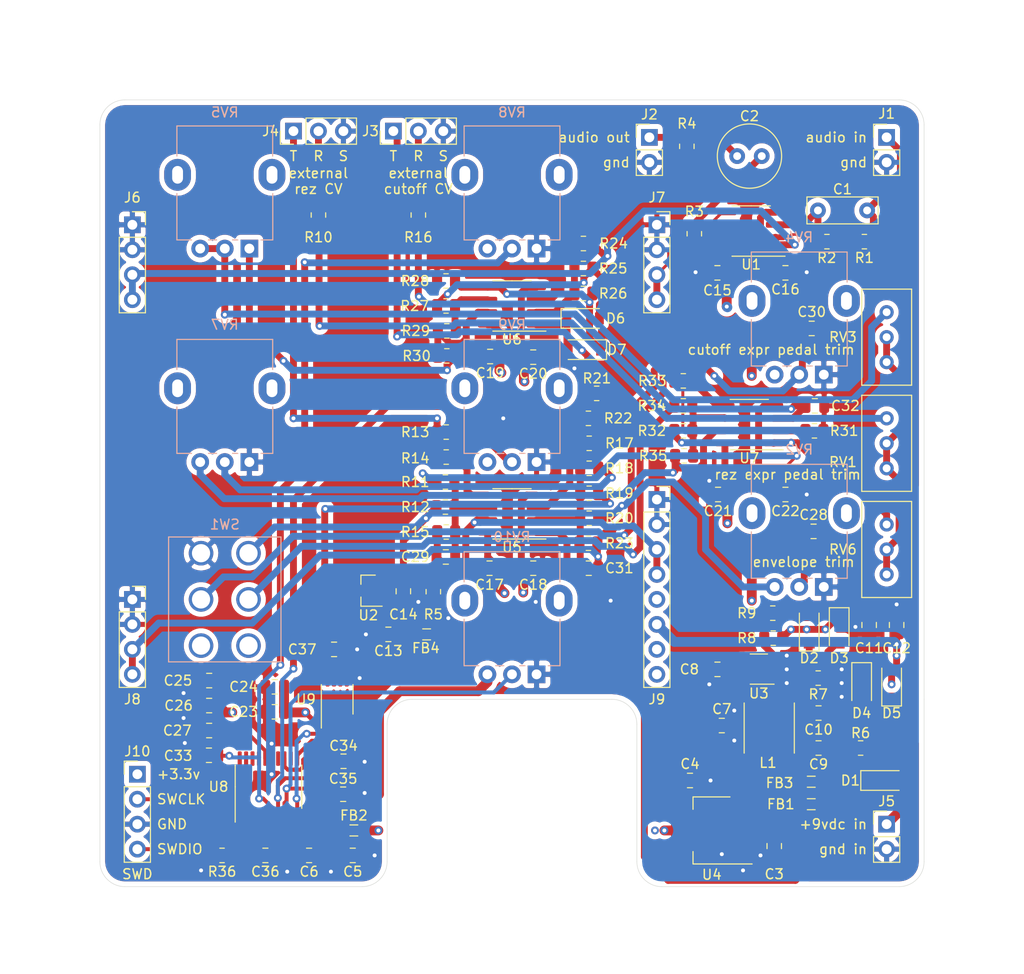
<source format=kicad_pcb>
(kicad_pcb (version 20171130) (host pcbnew 5.1.10-88a1d61d58~88~ubuntu20.04.1)
  (layers (0 Top_layer signal) (1 GND_layer power) (2 Power_layer power) (31 Bottom_layer signal) (34 B.Paste user) (35 F.Paste user) (36 B.SilkS user) (37 F.SilkS user) (38 B.Mask user) (39 F.Mask user) (44 Edge.Cuts user))
  (net 0 "")
  (net 1 /input_buffer/raw_dry_signal_in)
  (net 2 "Net-(C1-Pad1)")
  (net 3 "Net-(C2-Pad2)")
  (net 4 /output_buffer/buffered_wet_signal_out)
  (net 5 GND)
  (net 6 "Net-(C3-Pad1)")
  (net 7 +3V3)
  (net 8 +3.3VA)
  (net 9 "Net-(C7-Pad1)")
  (net 10 "Net-(C8-Pad1)")
  (net 11 "Net-(C9-Pad2)")
  (net 12 "Net-(C10-Pad2)")
  (net 13 "Net-(C10-Pad1)")
  (net 14 +12V)
  (net 15 -12V)
  (net 16 "Net-(C13-Pad1)")
  (net 17 -5V)
  (net 18 "Net-(C28-Pad1)")
  (net 19 "Net-(C29-Pad2)")
  (net 20 /resonance_CV_generator/summed_resonance_CV_out)
  (net 21 "Net-(C30-Pad1)")
  (net 22 "Net-(C31-Pad2)")
  (net 23 /cutoff_CV_generator/summed_cutoff_CV_out)
  (net 24 "Net-(C32-Pad1)")
  (net 25 /cutoff_CV_generator/LFO/rate_CV)
  (net 26 /cutoff_CV_generator/LFO/shape_CV)
  (net 27 /cutoff_CV_generator/LFO/level_CV)
  (net 28 "Net-(C36-Pad1)")
  (net 29 /cutoff_CV_generator/LFO/LFO_out)
  (net 30 /power_supply/9VDC_in)
  (net 31 +9V)
  (net 32 "Net-(D2-Pad1)")
  (net 33 "Net-(D5-Pad1)")
  (net 34 "Net-(D6-Pad2)")
  (net 35 "Net-(D6-Pad1)")
  (net 36 "Net-(D7-Pad1)")
  (net 37 /cutoff_CV_generator/expression_pedal_ring_current)
  (net 38 /cutoff_CV_generator/ext_cutoff_CV_in)
  (net 39 /resonance_CV_generator/expression_pedal_ring_current)
  (net 40 /resonance_CV_generator/ext_resonance_CV_in)
  (net 41 /input_buffer/buffered_dry_signal_out)
  (net 42 /output_buffer/raw_wet_signal_in)
  (net 43 /cutoff_CV_generator/LFO/SYS_SWDIO)
  (net 44 /cutoff_CV_generator/LFO/SYS_SWCLK)
  (net 45 "Net-(R3-Pad2)")
  (net 46 "Net-(R8-Pad1)")
  (net 47 "Net-(R10-Pad1)")
  (net 48 "Net-(R13-Pad1)")
  (net 49 "Net-(R16-Pad1)")
  (net 50 /cutoff_CV_generator/envelope_follower/envelope_follower_out)
  (net 51 "Net-(R21-Pad1)")
  (net 52 "Net-(R24-Pad1)")
  (net 53 "Net-(R27-Pad1)")
  (net 54 "Net-(R29-Pad1)")
  (net 55 "Net-(R30-Pad1)")
  (net 56 "Net-(R31-Pad2)")
  (net 57 "Net-(R32-Pad2)")
  (net 58 "Net-(R32-Pad1)")
  (net 59 "Net-(R33-Pad1)")
  (net 60 "Net-(R34-Pad2)")
  (net 61 "Net-(R35-Pad1)")
  (net 62 "Net-(R36-Pad1)")
  (net 63 "Net-(SW1-Pad6)")
  (net 64 "Net-(SW1-Pad3)")
  (net 65 "Net-(U8-Pad18)")
  (net 66 "Net-(U8-Pad17)")
  (net 67 "Net-(U8-Pad14)")
  (net 68 "Net-(U8-Pad13)")
  (net 69 "Net-(U8-Pad12)")
  (net 70 "Net-(U8-Pad11)")
  (net 71 "Net-(U8-Pad10)")
  (net 72 "Net-(U8-Pad9)")
  (net 73 "Net-(U8-Pad3)")
  (net 74 "Net-(U8-Pad2)")
  (module Inductor_SMD:L_Taiyo-Yuden_NR-50xx (layer Top_layer) (at 195.072 135.001 90)
    (fp_text reference L1 (at -3.534 -0.127 180) (layer F.SilkS))
    (fp_text value "10uH, 1.2A")
    (pad 2 smd rect (at 1.8 0 90) (size 1.5 4.2) (layers Top_layer F.Paste F.Mask) (net 12 "Net-(C10-Pad2)"))
    (pad 1 smd rect (at -1.8 0 90) (size 1.5 4.2) (layers Top_layer F.Paste F.Mask) (net 9 "Net-(C7-Pad1)"))
  )
  (module Capacitor_THT:C_Radial_D6.3mm_H11.0mm_P2.50mm (layer Top_layer) (at 191.81 76.835)
    (fp_text reference C2 (at 1.25 -4.064) (layer F.SilkS))
    (fp_text value 10u)
    (pad 2 thru_hole circle (at 2.5 0) (size 1.6 1.6) (drill 0.8) (layers *.Cu *.Mask) (net 3 "Net-(C2-Pad2)"))
    (pad 1 thru_hole circle (at 0 0) (size 1.6 1.6) (drill 0.8) (layers *.Cu *.Mask) (net 4 /output_buffer/buffered_wet_signal_out))
  )
  (module Package_SO:SOIC-8_3.9x4.9mm_P1.27mm (layer Top_layer) (at 193.04 104.14 180)
    (fp_text reference U7 (at 0 -3.4) (layer F.SilkS))
    (fp_text value TL072)
    (pad 8 smd roundrect (at 2.475 -1.905 180) (size 1.95 0.6) (layers Top_layer F.Paste F.Mask) (net 14 +12V))
    (pad 7 smd roundrect (at 2.475 -0.635 180) (size 1.95 0.6) (layers Top_layer F.Paste F.Mask) (net 61 "Net-(R35-Pad1)"))
    (pad 6 smd roundrect (at 2.475 0.635 180) (size 1.95 0.6) (layers Top_layer F.Paste F.Mask) (net 58 "Net-(R32-Pad1)"))
    (pad 5 smd roundrect (at 2.475 1.905 180) (size 1.95 0.6) (layers Top_layer F.Paste F.Mask) (net 59 "Net-(R33-Pad1)"))
    (pad 4 smd roundrect (at -2.475 1.905 180) (size 1.95 0.6) (layers Top_layer F.Paste F.Mask) (net 15 -12V))
    (pad 3 smd roundrect (at -2.475 0.635 180) (size 1.95 0.6) (layers Top_layer F.Paste F.Mask) (net 24 "Net-(C32-Pad1)"))
    (pad 2 smd roundrect (at -2.475 -0.635 180) (size 1.95 0.6) (layers Top_layer F.Paste F.Mask) (net 56 "Net-(R31-Pad2)"))
    (pad 1 smd roundrect (at -2.475 -1.905 180) (size 1.95 0.6) (layers Top_layer F.Paste F.Mask) (net 57 "Net-(R32-Pad2)"))
  )
  (module Package_SO:SOIC-8_3.9x4.9mm_P1.27mm (layer Top_layer) (at 168.91 92.075 180)
    (fp_text reference U6 (at 0 -3.4) (layer F.SilkS))
    (fp_text value TL072)
    (pad 8 smd roundrect (at 2.475 -1.905 180) (size 1.95 0.6) (layers Top_layer F.Paste F.Mask) (net 14 +12V))
    (pad 7 smd roundrect (at 2.475 -0.635 180) (size 1.95 0.6) (layers Top_layer F.Paste F.Mask) (net 54 "Net-(R29-Pad1)"))
    (pad 6 smd roundrect (at 2.475 0.635 180) (size 1.95 0.6) (layers Top_layer F.Paste F.Mask) (net 53 "Net-(R27-Pad1)"))
    (pad 5 smd roundrect (at 2.475 1.905 180) (size 1.95 0.6) (layers Top_layer F.Paste F.Mask) (net 36 "Net-(D7-Pad1)"))
    (pad 4 smd roundrect (at -2.475 1.905 180) (size 1.95 0.6) (layers Top_layer F.Paste F.Mask) (net 15 -12V))
    (pad 3 smd roundrect (at -2.475 0.635 180) (size 1.95 0.6) (layers Top_layer F.Paste F.Mask) (net 5 GND))
    (pad 2 smd roundrect (at -2.475 -0.635 180) (size 1.95 0.6) (layers Top_layer F.Paste F.Mask) (net 52 "Net-(R24-Pad1)"))
    (pad 1 smd roundrect (at -2.475 -1.905 180) (size 1.95 0.6) (layers Top_layer F.Paste F.Mask) (net 35 "Net-(D6-Pad1)"))
  )
  (module Package_SO:SOIC-8_3.9x4.9mm_P1.27mm (layer Top_layer) (at 168.91 113.2205 180)
    (fp_text reference U5 (at 0 -3.4) (layer F.SilkS))
    (fp_text value TL072)
    (pad 8 smd roundrect (at 2.475 -1.905 180) (size 1.95 0.6) (layers Top_layer F.Paste F.Mask) (net 14 +12V))
    (pad 7 smd roundrect (at 2.475 -0.635 180) (size 1.95 0.6) (layers Top_layer F.Paste F.Mask) (net 20 /resonance_CV_generator/summed_resonance_CV_out))
    (pad 6 smd roundrect (at 2.475 0.635 180) (size 1.95 0.6) (layers Top_layer F.Paste F.Mask) (net 19 "Net-(C29-Pad2)"))
    (pad 5 smd roundrect (at 2.475 1.905 180) (size 1.95 0.6) (layers Top_layer F.Paste F.Mask) (net 48 "Net-(R13-Pad1)"))
    (pad 4 smd roundrect (at -2.475 1.905 180) (size 1.95 0.6) (layers Top_layer F.Paste F.Mask) (net 15 -12V))
    (pad 3 smd roundrect (at -2.475 0.635 180) (size 1.95 0.6) (layers Top_layer F.Paste F.Mask) (net 51 "Net-(R21-Pad1)"))
    (pad 2 smd roundrect (at -2.475 -0.635 180) (size 1.95 0.6) (layers Top_layer F.Paste F.Mask) (net 22 "Net-(C31-Pad2)"))
    (pad 1 smd roundrect (at -2.475 -1.905 180) (size 1.95 0.6) (layers Top_layer F.Paste F.Mask) (net 23 /cutoff_CV_generator/summed_cutoff_CV_out))
  )
  (module Connector_PinHeader_2.54mm:PinHeader_1x04_P2.54mm_Vertical (layer Top_layer) (at 130.81 139.7)
    (fp_text reference J10 (at 0 -2.33) (layer F.SilkS))
    (fp_text value SWD_header)
    (pad 4 thru_hole oval (at 0 7.62) (size 1.7 1.7) (drill 1) (layers *.Cu *.Mask) (net 43 /cutoff_CV_generator/LFO/SYS_SWDIO))
    (pad 3 thru_hole oval (at 0 5.08) (size 1.7 1.7) (drill 1) (layers *.Cu *.Mask) (net 5 GND))
    (pad 2 thru_hole oval (at 0 2.54) (size 1.7 1.7) (drill 1) (layers *.Cu *.Mask) (net 44 /cutoff_CV_generator/LFO/SYS_SWCLK))
    (pad 1 thru_hole rect (at 0 0) (size 1.7 1.7) (drill 1) (layers *.Cu *.Mask) (net 7 +3V3))
  )
  (module Package_SO:MSOP-8_3x3mm_P0.65mm (layer Top_layer) (at 151.13 132.08 90)
    (fp_text reference U9 (at 0 -3.175 180) (layer F.SilkS))
    (fp_text value MCP4821)
    (pad 8 smd roundrect (at 2.1125 -0.975 90) (size 1.625 0.4) (layers Top_layer F.Paste F.Mask) (net 29 /cutoff_CV_generator/LFO/LFO_out))
    (pad 7 smd roundrect (at 2.1125 -0.325 90) (size 1.625 0.4) (layers Top_layer F.Paste F.Mask) (net 5 GND))
    (pad 6 smd roundrect (at 2.1125 0.325 90) (size 1.625 0.4) (layers Top_layer F.Paste F.Mask) (net 5 GND))
    (pad 5 smd roundrect (at 2.1125 0.975 90) (size 1.625 0.4) (layers Top_layer F.Paste F.Mask) (net 5 GND))
    (pad 4 smd roundrect (at -2.1125 0.975 90) (size 1.625 0.4) (layers Top_layer F.Paste F.Mask) (net 68 "Net-(U8-Pad13)"))
    (pad 3 smd roundrect (at -2.1125 0.325 90) (size 1.625 0.4) (layers Top_layer F.Paste F.Mask) (net 70 "Net-(U8-Pad11)"))
    (pad 2 smd roundrect (at -2.1125 -0.325 90) (size 1.625 0.4) (layers Top_layer F.Paste F.Mask) (net 71 "Net-(U8-Pad10)"))
    (pad 1 smd roundrect (at -2.1125 -0.975 90) (size 1.625 0.4) (layers Top_layer F.Paste F.Mask) (net 7 +3V3))
  )
  (module Package_SO:TSSOP-20_4.4x6.5mm_P0.65mm (layer Top_layer) (at 144.145 140.97 90)
    (fp_text reference U8 (at 0 -5.08 180) (layer F.SilkS))
    (fp_text value STM32L031F4Px)
    (pad 20 smd roundrect (at 2.8625 -2.925 90) (size 1.475 0.4) (layers Top_layer F.Paste F.Mask) (net 44 /cutoff_CV_generator/LFO/SYS_SWCLK))
    (pad 19 smd roundrect (at 2.8625 -2.275 90) (size 1.475 0.4) (layers Top_layer F.Paste F.Mask) (net 43 /cutoff_CV_generator/LFO/SYS_SWDIO))
    (pad 18 smd roundrect (at 2.8625 -1.625 90) (size 1.475 0.4) (layers Top_layer F.Paste F.Mask) (net 65 "Net-(U8-Pad18)"))
    (pad 17 smd roundrect (at 2.8625 -0.975 90) (size 1.475 0.4) (layers Top_layer F.Paste F.Mask) (net 66 "Net-(U8-Pad17)"))
    (pad 16 smd roundrect (at 2.8625 -0.325 90) (size 1.475 0.4) (layers Top_layer F.Paste F.Mask) (net 7 +3V3))
    (pad 15 smd roundrect (at 2.8625 0.325 90) (size 1.475 0.4) (layers Top_layer F.Paste F.Mask) (net 5 GND))
    (pad 14 smd roundrect (at 2.8625 0.975 90) (size 1.475 0.4) (layers Top_layer F.Paste F.Mask) (net 67 "Net-(U8-Pad14)"))
    (pad 13 smd roundrect (at 2.8625 1.625 90) (size 1.475 0.4) (layers Top_layer F.Paste F.Mask) (net 68 "Net-(U8-Pad13)"))
    (pad 12 smd roundrect (at 2.8625 2.275 90) (size 1.475 0.4) (layers Top_layer F.Paste F.Mask) (net 69 "Net-(U8-Pad12)"))
    (pad 11 smd roundrect (at 2.8625 2.925 90) (size 1.475 0.4) (layers Top_layer F.Paste F.Mask) (net 70 "Net-(U8-Pad11)"))
    (pad 10 smd roundrect (at -2.8625 2.925 90) (size 1.475 0.4) (layers Top_layer F.Paste F.Mask) (net 71 "Net-(U8-Pad10)"))
    (pad 9 smd roundrect (at -2.8625 2.275 90) (size 1.475 0.4) (layers Top_layer F.Paste F.Mask) (net 72 "Net-(U8-Pad9)"))
    (pad 8 smd roundrect (at -2.8625 1.625 90) (size 1.475 0.4) (layers Top_layer F.Paste F.Mask) (net 27 /cutoff_CV_generator/LFO/level_CV))
    (pad 7 smd roundrect (at -2.8625 0.975 90) (size 1.475 0.4) (layers Top_layer F.Paste F.Mask) (net 26 /cutoff_CV_generator/LFO/shape_CV))
    (pad 6 smd roundrect (at -2.8625 0.325 90) (size 1.475 0.4) (layers Top_layer F.Paste F.Mask) (net 25 /cutoff_CV_generator/LFO/rate_CV))
    (pad 5 smd roundrect (at -2.8625 -0.325 90) (size 1.475 0.4) (layers Top_layer F.Paste F.Mask) (net 8 +3.3VA))
    (pad 4 smd roundrect (at -2.8625 -0.975 90) (size 1.475 0.4) (layers Top_layer F.Paste F.Mask) (net 28 "Net-(C36-Pad1)"))
    (pad 3 smd roundrect (at -2.8625 -1.625 90) (size 1.475 0.4) (layers Top_layer F.Paste F.Mask) (net 73 "Net-(U8-Pad3)"))
    (pad 2 smd roundrect (at -2.8625 -2.275 90) (size 1.475 0.4) (layers Top_layer F.Paste F.Mask) (net 74 "Net-(U8-Pad2)"))
    (pad 1 smd roundrect (at -2.8625 -2.925 90) (size 1.475 0.4) (layers Top_layer F.Paste F.Mask) (net 62 "Net-(R36-Pad1)"))
  )
  (module Package_TO_SOT_SMD:SOT-223-3_TabPin2 (layer Top_layer) (at 189.23 145.415 180)
    (fp_text reference U4 (at 0 -4.5) (layer F.SilkS))
    (fp_text value LT1117-3.3)
    (pad 1 smd rect (at -3.15 -2.3 180) (size 2 1.5) (layers Top_layer F.Paste F.Mask) (net 5 GND))
    (pad 3 smd rect (at -3.15 2.3 180) (size 2 1.5) (layers Top_layer F.Paste F.Mask) (net 6 "Net-(C3-Pad1)"))
    (pad 2 smd rect (at -3.15 0 180) (size 2 1.5) (layers Top_layer F.Paste F.Mask) (net 7 +3V3))
    (pad 2 smd rect (at 3.15 0 180) (size 2 3.8) (layers Top_layer F.Paste F.Mask) (net 7 +3V3))
  )
  (module Package_TO_SOT_SMD:TSOT-23-6 (layer Top_layer) (at 194.016 129.032 180)
    (fp_text reference U3 (at 0 -2.45) (layer F.SilkS))
    (fp_text value LT3467A)
    (pad 6 smd rect (at 1.31 -0.95 180) (size 1.22 0.65) (layers Top_layer F.Paste F.Mask) (net 9 "Net-(C7-Pad1)"))
    (pad 5 smd rect (at 1.31 0 180) (size 1.22 0.65) (layers Top_layer F.Paste F.Mask) (net 10 "Net-(C8-Pad1)"))
    (pad 4 smd rect (at 1.31 0.95 180) (size 1.22 0.65) (layers Top_layer F.Paste F.Mask) (net 9 "Net-(C7-Pad1)"))
    (pad 3 smd rect (at -1.31 0.95 180) (size 1.22 0.65) (layers Top_layer F.Paste F.Mask) (net 46 "Net-(R8-Pad1)"))
    (pad 2 smd rect (at -1.31 0 180) (size 1.22 0.65) (layers Top_layer F.Paste F.Mask) (net 5 GND))
    (pad 1 smd rect (at -1.31 -0.95 180) (size 1.22 0.65) (layers Top_layer F.Paste F.Mask) (net 12 "Net-(C10-Pad2)"))
  )
  (module Package_TO_SOT_SMD:SOT-23 (layer Top_layer) (at 154.305 121.031 180)
    (fp_text reference U2 (at 0 -2.5) (layer F.SilkS))
    (fp_text value LM4040DBZ-5)
    (pad 3 smd rect (at 1 0 180) (size 0.9 0.8) (layers Top_layer F.Paste F.Mask))
    (pad 2 smd rect (at -1 0.95 180) (size 0.9 0.8) (layers Top_layer F.Paste F.Mask) (net 17 -5V))
    (pad 1 smd rect (at -1 -0.95 180) (size 0.9 0.8) (layers Top_layer F.Paste F.Mask) (net 16 "Net-(C13-Pad1)"))
  )
  (module Package_SO:SOIC-8_3.9x4.9mm_P1.27mm (layer Top_layer) (at 193.232 84.455 180)
    (fp_text reference U1 (at 0 -3.4) (layer F.SilkS))
    (fp_text value TL072)
    (pad 8 smd roundrect (at 2.475 -1.905 180) (size 1.95 0.6) (layers Top_layer F.Paste F.Mask) (net 14 +12V))
    (pad 7 smd roundrect (at 2.475 -0.635 180) (size 1.95 0.6) (layers Top_layer F.Paste F.Mask) (net 45 "Net-(R3-Pad2)"))
    (pad 6 smd roundrect (at 2.475 0.635 180) (size 1.95 0.6) (layers Top_layer F.Paste F.Mask) (net 45 "Net-(R3-Pad2)"))
    (pad 5 smd roundrect (at 2.475 1.905 180) (size 1.95 0.6) (layers Top_layer F.Paste F.Mask) (net 42 /output_buffer/raw_wet_signal_in))
    (pad 4 smd roundrect (at -2.475 1.905 180) (size 1.95 0.6) (layers Top_layer F.Paste F.Mask) (net 15 -12V))
    (pad 3 smd roundrect (at -2.475 0.635 180) (size 1.95 0.6) (layers Top_layer F.Paste F.Mask) (net 2 "Net-(C1-Pad1)"))
    (pad 2 smd roundrect (at -2.475 -0.635 180) (size 1.95 0.6) (layers Top_layer F.Paste F.Mask) (net 41 /input_buffer/buffered_dry_signal_out))
    (pad 1 smd roundrect (at -2.475 -1.905 180) (size 1.95 0.6) (layers Top_layer F.Paste F.Mask) (net 41 /input_buffer/buffered_dry_signal_out))
  )
  (module whooshy_sound_footprints:DPDT_on_on (layer Bottom_layer) (at 139.7 121.92 180)
    (fp_text reference SW1 (at 0 7.62) (layer B.SilkS) (effects (justify mirror)))
    (fp_text value env_invert)
    (pad 6 thru_hole circle (at 2.415 -4.7 180) (size 2.5 2.5) (drill 1.85) (layers *.Cu *.Mask) (net 63 "Net-(SW1-Pad6)"))
    (pad 5 thru_hole circle (at 2.415 0 180) (size 2.5 2.5) (drill 1.85) (layers *.Cu *.Mask) (net 59 "Net-(R33-Pad1)"))
    (pad 4 thru_hole circle (at 2.415 4.7 180) (size 2.5 2.5) (drill 1.85) (layers *.Cu *.Mask) (net 5 GND))
    (pad 3 thru_hole circle (at -2.415 -4.7 180) (size 2.5 2.5) (drill 1.85) (layers *.Cu *.Mask) (net 64 "Net-(SW1-Pad3)"))
    (pad 2 thru_hole circle (at -2.415 0 180) (size 2.5 2.5) (drill 1.85) (layers *.Cu *.Mask) (net 60 "Net-(R34-Pad2)"))
    (pad 1 thru_hole circle (at -2.415 4.7 180) (size 2.5 2.5) (drill 1.85) (layers *.Cu *.Mask) (net 17 -5V))
  )
  (module Potentiometer_THT:Potentiometer_Alpha_RD901F-40-00D_Single_Vertical (layer Bottom_layer) (at 171.41 129.54 90)
    (fp_text reference RV10 (at 13.97 -2.5 180) (layer B.SilkS) (effects (justify mirror)))
    (fp_text value 10k)
    (pad "" thru_hole oval (at 7.5 2.3) (size 2.72 3.24) (drill oval 1.1 1.8) (layers *.Cu *.Mask))
    (pad "" thru_hole oval (at 7.5 -7.3) (size 2.72 3.24) (drill oval 1.1 1.8) (layers *.Cu *.Mask))
    (pad 3 thru_hole circle (at 0 -5) (size 1.8 1.8) (drill 1) (layers *.Cu *.Mask) (net 8 +3.3VA))
    (pad 2 thru_hole circle (at 0 -2.5) (size 1.8 1.8) (drill 1) (layers *.Cu *.Mask) (net 27 /cutoff_CV_generator/LFO/level_CV))
    (pad 1 thru_hole rect (at 0 0) (size 1.8 1.8) (drill 1) (layers *.Cu *.Mask) (net 5 GND))
  )
  (module Potentiometer_THT:Potentiometer_Alpha_RD901F-40-00D_Single_Vertical (layer Bottom_layer) (at 171.41 107.95 90)
    (fp_text reference RV9 (at 13.97 -2.5 180) (layer B.SilkS) (effects (justify mirror)))
    (fp_text value 10k)
    (pad "" thru_hole oval (at 7.5 2.3) (size 2.72 3.24) (drill oval 1.1 1.8) (layers *.Cu *.Mask))
    (pad "" thru_hole oval (at 7.5 -7.3) (size 2.72 3.24) (drill oval 1.1 1.8) (layers *.Cu *.Mask))
    (pad 3 thru_hole circle (at 0 -5) (size 1.8 1.8) (drill 1) (layers *.Cu *.Mask) (net 8 +3.3VA))
    (pad 2 thru_hole circle (at 0 -2.5) (size 1.8 1.8) (drill 1) (layers *.Cu *.Mask) (net 26 /cutoff_CV_generator/LFO/shape_CV))
    (pad 1 thru_hole rect (at 0 0) (size 1.8 1.8) (drill 1) (layers *.Cu *.Mask) (net 5 GND))
  )
  (module Potentiometer_THT:Potentiometer_Alpha_RD901F-40-00D_Single_Vertical (layer Bottom_layer) (at 171.41 86.24 90)
    (fp_text reference RV8 (at 13.85 -2.5 180) (layer B.SilkS) (effects (justify mirror)))
    (fp_text value 10k)
    (pad "" thru_hole oval (at 7.5 2.3) (size 2.72 3.24) (drill oval 1.1 1.8) (layers *.Cu *.Mask))
    (pad "" thru_hole oval (at 7.5 -7.3) (size 2.72 3.24) (drill oval 1.1 1.8) (layers *.Cu *.Mask))
    (pad 3 thru_hole circle (at 0 -5) (size 1.8 1.8) (drill 1) (layers *.Cu *.Mask) (net 8 +3.3VA))
    (pad 2 thru_hole circle (at 0 -2.5) (size 1.8 1.8) (drill 1) (layers *.Cu *.Mask) (net 25 /cutoff_CV_generator/LFO/rate_CV))
    (pad 1 thru_hole rect (at 0 0) (size 1.8 1.8) (drill 1) (layers *.Cu *.Mask) (net 5 GND))
  )
  (module Potentiometer_THT:Potentiometer_Alpha_RD901F-40-00D_Single_Vertical (layer Bottom_layer) (at 142.2 107.95 90)
    (fp_text reference RV7 (at 13.97 -2.5 180) (layer B.SilkS) (effects (justify mirror)))
    (fp_text value 10k)
    (pad "" thru_hole oval (at 7.5 2.3) (size 2.72 3.24) (drill oval 1.1 1.8) (layers *.Cu *.Mask))
    (pad "" thru_hole oval (at 7.5 -7.3) (size 2.72 3.24) (drill oval 1.1 1.8) (layers *.Cu *.Mask))
    (pad 3 thru_hole circle (at 0 -5) (size 1.8 1.8) (drill 1) (layers *.Cu *.Mask) (net 61 "Net-(R35-Pad1)"))
    (pad 2 thru_hole circle (at 0 -2.5) (size 1.8 1.8) (drill 1) (layers *.Cu *.Mask) (net 50 /cutoff_CV_generator/envelope_follower/envelope_follower_out))
    (pad 1 thru_hole rect (at 0 0) (size 1.8 1.8) (drill 1) (layers *.Cu *.Mask) (net 5 GND))
  )
  (module Potentiometer_THT:Potentiometer_Bourns_3296W_Vertical (layer Top_layer) (at 207.01 114.3 90)
    (fp_text reference RV6 (at -2.54 -4.445 180) (layer F.SilkS))
    (fp_text value "100k trim")
    (pad 3 thru_hole circle (at -5.08 0 90) (size 1.44 1.44) (drill 0.8) (layers *.Cu *.Mask) (net 56 "Net-(R31-Pad2)"))
    (pad 2 thru_hole circle (at -2.54 0 90) (size 1.44 1.44) (drill 0.8) (layers *.Cu *.Mask) (net 56 "Net-(R31-Pad2)"))
    (pad 1 thru_hole circle (at 0 0 90) (size 1.44 1.44) (drill 0.8) (layers *.Cu *.Mask) (net 57 "Net-(R32-Pad2)"))
  )
  (module Potentiometer_THT:Potentiometer_Alpha_RD901F-40-00D_Single_Vertical (layer Bottom_layer) (at 142.2 86.24 90)
    (fp_text reference RV5 (at 13.85 -2.5 180) (layer B.SilkS) (effects (justify mirror)))
    (fp_text value 100k)
    (pad "" thru_hole oval (at 7.5 2.3) (size 2.72 3.24) (drill oval 1.1 1.8) (layers *.Cu *.Mask))
    (pad "" thru_hole oval (at 7.5 -7.3) (size 2.72 3.24) (drill oval 1.1 1.8) (layers *.Cu *.Mask))
    (pad 3 thru_hole circle (at 0 -5) (size 1.8 1.8) (drill 1) (layers *.Cu *.Mask) (net 24 "Net-(C32-Pad1)"))
    (pad 2 thru_hole circle (at 0 -2.5) (size 1.8 1.8) (drill 1) (layers *.Cu *.Mask) (net 24 "Net-(C32-Pad1)"))
    (pad 1 thru_hole rect (at 0 0) (size 1.8 1.8) (drill 1) (layers *.Cu *.Mask) (net 55 "Net-(R30-Pad1)"))
  )
  (module Potentiometer_THT:Potentiometer_Alpha_RD901F-40-00D_Single_Vertical (layer Bottom_layer) (at 200.62 99.06 90)
    (fp_text reference RV4 (at 13.97 -2.5 180) (layer B.SilkS) (effects (justify mirror)))
    (fp_text value 10k)
    (pad "" thru_hole oval (at 7.5 2.3) (size 2.72 3.24) (drill oval 1.1 1.8) (layers *.Cu *.Mask))
    (pad "" thru_hole oval (at 7.5 -7.3) (size 2.72 3.24) (drill oval 1.1 1.8) (layers *.Cu *.Mask))
    (pad 3 thru_hole circle (at 0 -5) (size 1.8 1.8) (drill 1) (layers *.Cu *.Mask) (net 17 -5V))
    (pad 2 thru_hole circle (at 0 -2.5) (size 1.8 1.8) (drill 1) (layers *.Cu *.Mask) (net 21 "Net-(C30-Pad1)"))
    (pad 1 thru_hole rect (at 0 0) (size 1.8 1.8) (drill 1) (layers *.Cu *.Mask) (net 5 GND))
  )
  (module Potentiometer_THT:Potentiometer_Bourns_3296W_Vertical (layer Top_layer) (at 207.01 92.71 90)
    (fp_text reference RV3 (at -2.54 -4.445 180) (layer F.SilkS))
    (fp_text value "100k trim")
    (pad 3 thru_hole circle (at -5.08 0 90) (size 1.44 1.44) (drill 0.8) (layers *.Cu *.Mask) (net 31 +9V))
    (pad 2 thru_hole circle (at -2.54 0 90) (size 1.44 1.44) (drill 0.8) (layers *.Cu *.Mask) (net 31 +9V))
    (pad 1 thru_hole circle (at 0 0 90) (size 1.44 1.44) (drill 0.8) (layers *.Cu *.Mask) (net 49 "Net-(R16-Pad1)"))
  )
  (module Potentiometer_THT:Potentiometer_Alpha_RD901F-40-00D_Single_Vertical (layer Bottom_layer) (at 200.62 120.65 90)
    (fp_text reference RV2 (at 13.97 -2.5 180) (layer B.SilkS) (effects (justify mirror)))
    (fp_text value 10k)
    (pad "" thru_hole oval (at 7.5 2.3) (size 2.72 3.24) (drill oval 1.1 1.8) (layers *.Cu *.Mask))
    (pad "" thru_hole oval (at 7.5 -7.3) (size 2.72 3.24) (drill oval 1.1 1.8) (layers *.Cu *.Mask))
    (pad 3 thru_hole circle (at 0 -5) (size 1.8 1.8) (drill 1) (layers *.Cu *.Mask) (net 17 -5V))
    (pad 2 thru_hole circle (at 0 -2.5) (size 1.8 1.8) (drill 1) (layers *.Cu *.Mask) (net 18 "Net-(C28-Pad1)"))
    (pad 1 thru_hole rect (at 0 0) (size 1.8 1.8) (drill 1) (layers *.Cu *.Mask) (net 5 GND))
  )
  (module Potentiometer_THT:Potentiometer_Bourns_3296W_Vertical (layer Top_layer) (at 207.01 103.505 90)
    (fp_text reference RV1 (at -4.445 -4.445 180) (layer F.SilkS))
    (fp_text value "100k trim")
    (pad 3 thru_hole circle (at -5.08 0 90) (size 1.44 1.44) (drill 0.8) (layers *.Cu *.Mask) (net 31 +9V))
    (pad 2 thru_hole circle (at -2.54 0 90) (size 1.44 1.44) (drill 0.8) (layers *.Cu *.Mask) (net 31 +9V))
    (pad 1 thru_hole circle (at 0 0 90) (size 1.44 1.44) (drill 0.8) (layers *.Cu *.Mask) (net 47 "Net-(R10-Pad1)"))
  )
  (module Resistor_SMD:R_0805_2012Metric (layer Top_layer) (at 139.4225 147.955 180)
    (fp_text reference R36 (at 0 -1.65) (layer F.SilkS))
    (fp_text value 10k)
    (pad 2 smd roundrect (at 0.9125 0 180) (size 1.025 1.4) (layers Top_layer F.Paste F.Mask) (roundrect_rratio 0.243902) (net 5 GND))
    (pad 1 smd roundrect (at -0.9125 0 180) (size 1.025 1.4) (layers Top_layer F.Paste F.Mask) (roundrect_rratio 0.243902) (net 62 "Net-(R36-Pad1)"))
  )
  (module Resistor_SMD:R_0805_2012Metric (layer Top_layer) (at 186.4125 107.315)
    (fp_text reference R35 (at -3.1515 0) (layer F.SilkS))
    (fp_text value 100k)
    (pad 2 smd roundrect (at 0.9125 0) (size 1.025 1.4) (layers Top_layer F.Paste F.Mask) (roundrect_rratio 0.243902) (net 58 "Net-(R32-Pad1)"))
    (pad 1 smd roundrect (at -0.9125 0) (size 1.025 1.4) (layers Top_layer F.Paste F.Mask) (roundrect_rratio 0.243902) (net 61 "Net-(R35-Pad1)"))
  )
  (module Resistor_SMD:R_0805_2012Metric (layer Top_layer) (at 186.3325 102.235 180)
    (fp_text reference R34 (at 3.1985 0) (layer F.SilkS))
    (fp_text value 270k)
    (pad 2 smd roundrect (at 0.9125 0 180) (size 1.025 1.4) (layers Top_layer F.Paste F.Mask) (roundrect_rratio 0.243902) (net 60 "Net-(R34-Pad2)"))
    (pad 1 smd roundrect (at -0.9125 0 180) (size 1.025 1.4) (layers Top_layer F.Paste F.Mask) (roundrect_rratio 0.243902) (net 58 "Net-(R32-Pad1)"))
  )
  (module Resistor_SMD:R_0805_2012Metric (layer Top_layer) (at 186.3325 99.695 180)
    (fp_text reference R33 (at 3.1515 0) (layer F.SilkS))
    (fp_text value 100k)
    (pad 2 smd roundrect (at 0.9125 0 180) (size 1.025 1.4) (layers Top_layer F.Paste F.Mask) (roundrect_rratio 0.243902) (net 57 "Net-(R32-Pad2)"))
    (pad 1 smd roundrect (at -0.9125 0 180) (size 1.025 1.4) (layers Top_layer F.Paste F.Mask) (roundrect_rratio 0.243902) (net 59 "Net-(R33-Pad1)"))
  )
  (module Resistor_SMD:R_0805_2012Metric (layer Top_layer) (at 186.3325 104.775 180)
    (fp_text reference R32 (at 3.1985 0) (layer F.SilkS))
    (fp_text value 100k)
    (pad 2 smd roundrect (at 0.9125 0 180) (size 1.025 1.4) (layers Top_layer F.Paste F.Mask) (roundrect_rratio 0.243902) (net 57 "Net-(R32-Pad2)"))
    (pad 1 smd roundrect (at -0.9125 0 180) (size 1.025 1.4) (layers Top_layer F.Paste F.Mask) (roundrect_rratio 0.243902) (net 58 "Net-(R32-Pad1)"))
  )
  (module Resistor_SMD:R_0805_2012Metric (layer Top_layer) (at 199.6675 104.775 180)
    (fp_text reference R31 (at -3.0245 0) (layer F.SilkS))
    (fp_text value 2k2)
    (pad 2 smd roundrect (at 0.9125 0 180) (size 1.025 1.4) (layers Top_layer F.Paste F.Mask) (roundrect_rratio 0.243902) (net 56 "Net-(R31-Pad2)"))
    (pad 1 smd roundrect (at -0.9125 0 180) (size 1.025 1.4) (layers Top_layer F.Paste F.Mask) (roundrect_rratio 0.243902) (net 5 GND))
  )
  (module Resistor_SMD:R_0805_2012Metric (layer Top_layer) (at 162.2825 97.155 180)
    (fp_text reference R30 (at 3.0715 0) (layer F.SilkS))
    (fp_text value 1k)
    (pad 2 smd roundrect (at 0.9125 0 180) (size 1.025 1.4) (layers Top_layer F.Paste F.Mask) (roundrect_rratio 0.243902) (net 54 "Net-(R29-Pad1)"))
    (pad 1 smd roundrect (at -0.9125 0 180) (size 1.025 1.4) (layers Top_layer F.Paste F.Mask) (roundrect_rratio 0.243902) (net 55 "Net-(R30-Pad1)"))
  )
  (module Resistor_SMD:R_0805_2012Metric (layer Top_layer) (at 162.2825 94.615)
    (fp_text reference R29 (at -3.1515 0) (layer F.SilkS))
    (fp_text value 100k)
    (pad 2 smd roundrect (at 0.9125 0) (size 1.025 1.4) (layers Top_layer F.Paste F.Mask) (roundrect_rratio 0.243902) (net 53 "Net-(R27-Pad1)"))
    (pad 1 smd roundrect (at -0.9125 0) (size 1.025 1.4) (layers Top_layer F.Paste F.Mask) (roundrect_rratio 0.243902) (net 54 "Net-(R29-Pad1)"))
  )
  (module Resistor_SMD:R_0805_2012Metric (layer Top_layer) (at 162.2025 89.535)
    (fp_text reference R28 (at -3.1515 0) (layer F.SilkS))
    (fp_text value 100k)
    (pad 2 smd roundrect (at 0.9125 0) (size 1.025 1.4) (layers Top_layer F.Paste F.Mask) (roundrect_rratio 0.243902) (net 36 "Net-(D7-Pad1)"))
    (pad 1 smd roundrect (at -0.9125 0) (size 1.025 1.4) (layers Top_layer F.Paste F.Mask) (roundrect_rratio 0.243902) (net 5 GND))
  )
  (module Resistor_SMD:R_0805_2012Metric (layer Top_layer) (at 162.2025 92.075 180)
    (fp_text reference R27 (at 3.1985 0) (layer F.SilkS))
    (fp_text value 100k)
    (pad 2 smd roundrect (at 0.9125 0 180) (size 1.025 1.4) (layers Top_layer F.Paste F.Mask) (roundrect_rratio 0.243902) (net 34 "Net-(D6-Pad2)"))
    (pad 1 smd roundrect (at -0.9125 0 180) (size 1.025 1.4) (layers Top_layer F.Paste F.Mask) (roundrect_rratio 0.243902) (net 53 "Net-(R27-Pad1)"))
  )
  (module Resistor_SMD:R_0805_2012Metric (layer Top_layer) (at 176.1725 90.805 180)
    (fp_text reference R26 (at -3.0245 0) (layer F.SilkS))
    (fp_text value 100k)
    (pad 2 smd roundrect (at 0.9125 0 180) (size 1.025 1.4) (layers Top_layer F.Paste F.Mask) (roundrect_rratio 0.243902) (net 52 "Net-(R24-Pad1)"))
    (pad 1 smd roundrect (at -0.9125 0 180) (size 1.025 1.4) (layers Top_layer F.Paste F.Mask) (roundrect_rratio 0.243902) (net 36 "Net-(D7-Pad1)"))
  )
  (module Resistor_SMD:R_0805_2012Metric (layer Top_layer) (at 176.1725 88.265 180)
    (fp_text reference R25 (at -3.0245 0) (layer F.SilkS))
    (fp_text value 100k)
    (pad 2 smd roundrect (at 0.9125 0 180) (size 1.025 1.4) (layers Top_layer F.Paste F.Mask) (roundrect_rratio 0.243902) (net 52 "Net-(R24-Pad1)"))
    (pad 1 smd roundrect (at -0.9125 0 180) (size 1.025 1.4) (layers Top_layer F.Paste F.Mask) (roundrect_rratio 0.243902) (net 34 "Net-(D6-Pad2)"))
  )
  (module Resistor_SMD:R_0805_2012Metric (layer Top_layer) (at 176.1725 85.725)
    (fp_text reference R24 (at 3.0715 0) (layer F.SilkS))
    (fp_text value 100k)
    (pad 2 smd roundrect (at 0.9125 0) (size 1.025 1.4) (layers Top_layer F.Paste F.Mask) (roundrect_rratio 0.243902) (net 41 /input_buffer/buffered_dry_signal_out))
    (pad 1 smd roundrect (at -0.9125 0) (size 1.025 1.4) (layers Top_layer F.Paste F.Mask) (roundrect_rratio 0.243902) (net 52 "Net-(R24-Pad1)"))
  )
  (module Resistor_SMD:R_0805_2012Metric (layer Top_layer) (at 176.6805 116.205 180)
    (fp_text reference R23 (at -3.1515 0) (layer F.SilkS))
    (fp_text value 100k)
    (pad 2 smd roundrect (at 0.9125 0 180) (size 1.025 1.4) (layers Top_layer F.Paste F.Mask) (roundrect_rratio 0.243902) (net 22 "Net-(C31-Pad2)"))
    (pad 1 smd roundrect (at -0.9125 0 180) (size 1.025 1.4) (layers Top_layer F.Paste F.Mask) (roundrect_rratio 0.243902) (net 23 /cutoff_CV_generator/summed_cutoff_CV_out))
  )
  (module Resistor_SMD:R_0805_2012Metric (layer Top_layer) (at 176.6805 103.505 180)
    (fp_text reference R22 (at -3.0245 0) (layer F.SilkS))
    (fp_text value 18k)
    (pad 2 smd roundrect (at 0.9125 0 180) (size 1.025 1.4) (layers Top_layer F.Paste F.Mask) (roundrect_rratio 0.243902) (net 5 GND))
    (pad 1 smd roundrect (at -0.9125 0 180) (size 1.025 1.4) (layers Top_layer F.Paste F.Mask) (roundrect_rratio 0.243902) (net 51 "Net-(R21-Pad1)"))
  )
  (module Resistor_SMD:R_0805_2012Metric (layer Top_layer) (at 177.5225 100.965 180)
    (fp_text reference R21 (at -0.0235 1.524) (layer F.SilkS))
    (fp_text value 82k)
    (pad 2 smd roundrect (at 0.9125 0 180) (size 1.025 1.4) (layers Top_layer F.Paste F.Mask) (roundrect_rratio 0.243902) (net 38 /cutoff_CV_generator/ext_cutoff_CV_in))
    (pad 1 smd roundrect (at -0.9125 0 180) (size 1.025 1.4) (layers Top_layer F.Paste F.Mask) (roundrect_rratio 0.243902) (net 51 "Net-(R21-Pad1)"))
  )
  (module Resistor_SMD:R_0805_2012Metric (layer Top_layer) (at 176.7605 113.665)
    (fp_text reference R20 (at 3.0715 0) (layer F.SilkS))
    (fp_text value 560k)
    (pad 2 smd roundrect (at 0.9125 0) (size 1.025 1.4) (layers Top_layer F.Paste F.Mask) (roundrect_rratio 0.243902) (net 17 -5V))
    (pad 1 smd roundrect (at -0.9125 0) (size 1.025 1.4) (layers Top_layer F.Paste F.Mask) (roundrect_rratio 0.243902) (net 22 "Net-(C31-Pad2)"))
  )
  (module Resistor_SMD:R_0805_2012Metric (layer Top_layer) (at 176.7605 111.125)
    (fp_text reference R19 (at 3.0715 0) (layer F.SilkS))
    (fp_text value 100k)
    (pad 2 smd roundrect (at 0.9125 0) (size 1.025 1.4) (layers Top_layer F.Paste F.Mask) (roundrect_rratio 0.243902) (net 29 /cutoff_CV_generator/LFO/LFO_out))
    (pad 1 smd roundrect (at -0.9125 0) (size 1.025 1.4) (layers Top_layer F.Paste F.Mask) (roundrect_rratio 0.243902) (net 22 "Net-(C31-Pad2)"))
  )
  (module Resistor_SMD:R_0805_2012Metric (layer Top_layer) (at 176.7605 108.585)
    (fp_text reference R18 (at 3.0715 0) (layer F.SilkS))
    (fp_text value 100k)
    (pad 2 smd roundrect (at 0.9125 0) (size 1.025 1.4) (layers Top_layer F.Paste F.Mask) (roundrect_rratio 0.243902) (net 50 /cutoff_CV_generator/envelope_follower/envelope_follower_out))
    (pad 1 smd roundrect (at -0.9125 0) (size 1.025 1.4) (layers Top_layer F.Paste F.Mask) (roundrect_rratio 0.243902) (net 22 "Net-(C31-Pad2)"))
  )
  (module Resistor_SMD:R_0805_2012Metric (layer Top_layer) (at 176.7605 106.045)
    (fp_text reference R17 (at 3.0715 0) (layer F.SilkS))
    (fp_text value 220k)
    (pad 2 smd roundrect (at 0.9125 0) (size 1.025 1.4) (layers Top_layer F.Paste F.Mask) (roundrect_rratio 0.243902) (net 21 "Net-(C30-Pad1)"))
    (pad 1 smd roundrect (at -0.9125 0) (size 1.025 1.4) (layers Top_layer F.Paste F.Mask) (roundrect_rratio 0.243902) (net 22 "Net-(C31-Pad2)"))
  )
  (module Resistor_SMD:R_0805_2012Metric (layer Top_layer) (at 159.385 82.8275 90)
    (fp_text reference R16 (at -2.2625 0 180) (layer F.SilkS))
    (fp_text value 10k)
    (pad 2 smd roundrect (at 0.9125 0 90) (size 1.025 1.4) (layers Top_layer F.Paste F.Mask) (roundrect_rratio 0.243902) (net 37 /cutoff_CV_generator/expression_pedal_ring_current))
    (pad 1 smd roundrect (at -0.9125 0 90) (size 1.025 1.4) (layers Top_layer F.Paste F.Mask) (roundrect_rratio 0.243902) (net 49 "Net-(R16-Pad1)"))
  )
  (module Resistor_SMD:R_0805_2012Metric (layer Top_layer) (at 162.219 115.062)
    (fp_text reference R15 (at -3.1515 0) (layer F.SilkS))
    (fp_text value 100k)
    (pad 2 smd roundrect (at 0.9125 0) (size 1.025 1.4) (layers Top_layer F.Paste F.Mask) (roundrect_rratio 0.243902) (net 19 "Net-(C29-Pad2)"))
    (pad 1 smd roundrect (at -0.9125 0) (size 1.025 1.4) (layers Top_layer F.Paste F.Mask) (roundrect_rratio 0.243902) (net 20 /resonance_CV_generator/summed_resonance_CV_out))
  )
  (module Resistor_SMD:R_0805_2012Metric (layer Top_layer) (at 162.219 107.442 180)
    (fp_text reference R14 (at 3.1515 -0.127) (layer F.SilkS))
    (fp_text value 18k)
    (pad 2 smd roundrect (at 0.9125 0 180) (size 1.025 1.4) (layers Top_layer F.Paste F.Mask) (roundrect_rratio 0.243902) (net 5 GND))
    (pad 1 smd roundrect (at -0.9125 0 180) (size 1.025 1.4) (layers Top_layer F.Paste F.Mask) (roundrect_rratio 0.243902) (net 48 "Net-(R13-Pad1)"))
  )
  (module Resistor_SMD:R_0805_2012Metric (layer Top_layer) (at 162.219 104.902 180)
    (fp_text reference R13 (at 3.1515 0) (layer F.SilkS))
    (fp_text value 82k)
    (pad 2 smd roundrect (at 0.9125 0 180) (size 1.025 1.4) (layers Top_layer F.Paste F.Mask) (roundrect_rratio 0.243902) (net 40 /resonance_CV_generator/ext_resonance_CV_in))
    (pad 1 smd roundrect (at -0.9125 0 180) (size 1.025 1.4) (layers Top_layer F.Paste F.Mask) (roundrect_rratio 0.243902) (net 48 "Net-(R13-Pad1)"))
  )
  (module Resistor_SMD:R_0805_2012Metric (layer Top_layer) (at 162.139 112.522 180)
    (fp_text reference R12 (at 3.0715 0) (layer F.SilkS))
    (fp_text value 560k)
    (pad 2 smd roundrect (at 0.9125 0 180) (size 1.025 1.4) (layers Top_layer F.Paste F.Mask) (roundrect_rratio 0.243902) (net 17 -5V))
    (pad 1 smd roundrect (at -0.9125 0 180) (size 1.025 1.4) (layers Top_layer F.Paste F.Mask) (roundrect_rratio 0.243902) (net 19 "Net-(C29-Pad2)"))
  )
  (module Resistor_SMD:R_0805_2012Metric (layer Top_layer) (at 162.139 109.982 180)
    (fp_text reference R11 (at 3.0715 0) (layer F.SilkS))
    (fp_text value 220k)
    (pad 2 smd roundrect (at 0.9125 0 180) (size 1.025 1.4) (layers Top_layer F.Paste F.Mask) (roundrect_rratio 0.243902) (net 18 "Net-(C28-Pad1)"))
    (pad 1 smd roundrect (at -0.9125 0 180) (size 1.025 1.4) (layers Top_layer F.Paste F.Mask) (roundrect_rratio 0.243902) (net 19 "Net-(C29-Pad2)"))
  )
  (module Resistor_SMD:R_0805_2012Metric (layer Top_layer) (at 149.225 82.8275 90)
    (fp_text reference R10 (at -2.2625 0 180) (layer F.SilkS))
    (fp_text value 10k)
    (pad 2 smd roundrect (at 0.9125 0 90) (size 1.025 1.4) (layers Top_layer F.Paste F.Mask) (roundrect_rratio 0.243902) (net 39 /resonance_CV_generator/expression_pedal_ring_current))
    (pad 1 smd roundrect (at -0.9125 0 90) (size 1.025 1.4) (layers Top_layer F.Paste F.Mask) (roundrect_rratio 0.243902) (net 47 "Net-(R10-Pad1)"))
  )
  (module Resistor_SMD:R_0805_2012Metric (layer Top_layer) (at 195.4295 123.317 180)
    (fp_text reference R9 (at 2.6435 0) (layer F.SilkS))
    (fp_text value 13k3)
    (pad 2 smd roundrect (at 0.9125 0 180) (size 1.025 1.4) (layers Top_layer F.Paste F.Mask) (roundrect_rratio 0.243902) (net 46 "Net-(R8-Pad1)"))
    (pad 1 smd roundrect (at -0.9125 0 180) (size 1.025 1.4) (layers Top_layer F.Paste F.Mask) (roundrect_rratio 0.243902) (net 5 GND))
  )
  (module Resistor_SMD:R_0805_2012Metric (layer Top_layer) (at 195.4765 125.857)
    (fp_text reference R8 (at -2.6905 0) (layer F.SilkS))
    (fp_text value 114k)
    (pad 2 smd roundrect (at 0.9125 0) (size 1.025 1.4) (layers Top_layer F.Paste F.Mask) (roundrect_rratio 0.243902) (net 14 +12V))
    (pad 1 smd roundrect (at -0.9125 0) (size 1.025 1.4) (layers Top_layer F.Paste F.Mask) (roundrect_rratio 0.243902) (net 46 "Net-(R8-Pad1)"))
  )
  (module Resistor_SMD:R_0805_2012Metric (layer Top_layer) (at 200.0485 129.921)
    (fp_text reference R7 (at 0 1.651) (layer F.SilkS))
    (fp_text value 1R)
    (pad 2 smd roundrect (at 0.9125 0) (size 1.025 1.4) (layers Top_layer F.Paste F.Mask) (roundrect_rratio 0.243902) (net 13 "Net-(C10-Pad1)"))
    (pad 1 smd roundrect (at -0.9125 0) (size 1.025 1.4) (layers Top_layer F.Paste F.Mask) (roundrect_rratio 0.243902) (net 32 "Net-(D2-Pad1)"))
  )
  (module Resistor_SMD:R_0805_2012Metric (layer Top_layer) (at 204.3665 137.033)
    (fp_text reference R6 (at 0 -1.524) (layer F.SilkS))
    (fp_text value 1R)
    (pad 1 smd roundrect (at -0.9125 0) (size 1.025 1.4) (layers Top_layer F.Paste F.Mask) (roundrect_rratio 0.243902) (net 11 "Net-(C9-Pad2)"))
    (pad 2 smd roundrect (at 0.9125 0) (size 1.025 1.4) (layers Top_layer F.Paste F.Mask) (roundrect_rratio 0.243902) (net 33 "Net-(D5-Pad1)"))
  )
  (module Resistor_SMD:R_0805_2012Metric (layer Top_layer) (at 160.909 121.1345 270)
    (fp_text reference R5 (at 2.3095 0 180) (layer F.SilkS))
    (fp_text value R)
    (pad 2 smd roundrect (at 0.9125 0 270) (size 1.025 1.4) (layers Top_layer F.Paste F.Mask) (roundrect_rratio 0.243902) (net 5 GND))
    (pad 1 smd roundrect (at -0.9125 0 270) (size 1.025 1.4) (layers Top_layer F.Paste F.Mask) (roundrect_rratio 0.243902) (net 17 -5V))
  )
  (module Resistor_SMD:R_0805_2012Metric (layer Top_layer) (at 186.69 75.8425 270)
    (fp_text reference R4 (at -2.3095 0 180) (layer F.SilkS))
    (fp_text value 1M)
    (pad 2 smd roundrect (at 0.9125 0 270) (size 1.025 1.4) (layers Top_layer F.Paste F.Mask) (roundrect_rratio 0.243902) (net 5 GND))
    (pad 1 smd roundrect (at -0.9125 0 270) (size 1.025 1.4) (layers Top_layer F.Paste F.Mask) (roundrect_rratio 0.243902) (net 4 /output_buffer/buffered_wet_signal_out))
  )
  (module Resistor_SMD:R_0805_2012Metric (layer Top_layer) (at 187.452 84.7325 270)
    (fp_text reference R3 (at -2.2625 0 180) (layer F.SilkS))
    (fp_text value 560)
    (pad 2 smd roundrect (at 0.9125 0 270) (size 1.025 1.4) (layers Top_layer F.Paste F.Mask) (roundrect_rratio 0.243902) (net 45 "Net-(R3-Pad2)"))
    (pad 1 smd roundrect (at -0.9125 0 270) (size 1.025 1.4) (layers Top_layer F.Paste F.Mask) (roundrect_rratio 0.243902) (net 3 "Net-(C2-Pad2)"))
  )
  (module Resistor_SMD:R_0805_2012Metric (layer Top_layer) (at 200.9375 85.5345)
    (fp_text reference R2 (at -0.0235 1.651) (layer F.SilkS))
    (fp_text value 2M2)
    (pad 2 smd roundrect (at 0.9125 0) (size 1.025 1.4) (layers Top_layer F.Paste F.Mask) (roundrect_rratio 0.243902) (net 5 GND))
    (pad 1 smd roundrect (at -0.9125 0) (size 1.025 1.4) (layers Top_layer F.Paste F.Mask) (roundrect_rratio 0.243902) (net 2 "Net-(C1-Pad1)"))
  )
  (module Resistor_SMD:R_0805_2012Metric (layer Top_layer) (at 204.7475 85.5345 180)
    (fp_text reference R1 (at 0 -1.651) (layer F.SilkS))
    (fp_text value 2M2)
    (pad 2 smd roundrect (at 0.9125 0 180) (size 1.025 1.4) (layers Top_layer F.Paste F.Mask) (roundrect_rratio 0.243902) (net 5 GND))
    (pad 1 smd roundrect (at -0.9125 0 180) (size 1.025 1.4) (layers Top_layer F.Paste F.Mask) (roundrect_rratio 0.243902) (net 1 /input_buffer/raw_dry_signal_in))
  )
  (module Connector_PinSocket_2.54mm:PinSocket_1x08_P2.54mm_Vertical (layer Top_layer) (at 183.642 111.76)
    (fp_text reference J9 (at 0 20.32) (layer F.SilkS))
    (fp_text value rez_CV_and_PS)
    (pad 8 thru_hole oval (at 0 17.78) (size 1.7 1.7) (drill 1) (layers *.Cu *.Mask) (net 14 +12V))
    (pad 7 thru_hole oval (at 0 15.24) (size 1.7 1.7) (drill 1) (layers *.Cu *.Mask) (net 14 +12V))
    (pad 6 thru_hole oval (at 0 12.7) (size 1.7 1.7) (drill 1) (layers *.Cu *.Mask) (net 15 -12V))
    (pad 5 thru_hole oval (at 0 10.16) (size 1.7 1.7) (drill 1) (layers *.Cu *.Mask) (net 15 -12V))
    (pad 4 thru_hole oval (at 0 7.62) (size 1.7 1.7) (drill 1) (layers *.Cu *.Mask) (net 20 /resonance_CV_generator/summed_resonance_CV_out))
    (pad 3 thru_hole oval (at 0 5.08) (size 1.7 1.7) (drill 1) (layers *.Cu *.Mask) (net 20 /resonance_CV_generator/summed_resonance_CV_out))
    (pad 2 thru_hole oval (at 0 2.54) (size 1.7 1.7) (drill 1) (layers *.Cu *.Mask) (net 5 GND))
    (pad 1 thru_hole rect (at 0 0) (size 1.7 1.7) (drill 1) (layers *.Cu *.Mask) (net 5 GND))
  )
  (module Connector_PinSocket_2.54mm:PinSocket_1x04_P2.54mm_Vertical (layer Top_layer) (at 130.302 121.92)
    (fp_text reference J8 (at 0 10.16) (layer F.SilkS))
    (fp_text value cutoff_CV_in)
    (pad 4 thru_hole oval (at 0 7.62) (size 1.7 1.7) (drill 1) (layers *.Cu *.Mask) (net 23 /cutoff_CV_generator/summed_cutoff_CV_out))
    (pad 3 thru_hole oval (at 0 5.08) (size 1.7 1.7) (drill 1) (layers *.Cu *.Mask) (net 23 /cutoff_CV_generator/summed_cutoff_CV_out))
    (pad 2 thru_hole oval (at 0 2.54) (size 1.7 1.7) (drill 1) (layers *.Cu *.Mask) (net 5 GND))
    (pad 1 thru_hole rect (at 0 0) (size 1.7 1.7) (drill 1) (layers *.Cu *.Mask) (net 5 GND))
  )
  (module Connector_PinSocket_2.54mm:PinSocket_1x04_P2.54mm_Vertical (layer Top_layer) (at 183.642 83.82)
    (fp_text reference J7 (at 0 -2.77) (layer F.SilkS))
    (fp_text value signal_out)
    (pad 4 thru_hole oval (at 0 7.62) (size 1.7 1.7) (drill 1) (layers *.Cu *.Mask) (net 42 /output_buffer/raw_wet_signal_in))
    (pad 3 thru_hole oval (at 0 5.08) (size 1.7 1.7) (drill 1) (layers *.Cu *.Mask) (net 42 /output_buffer/raw_wet_signal_in))
    (pad 2 thru_hole oval (at 0 2.54) (size 1.7 1.7) (drill 1) (layers *.Cu *.Mask) (net 5 GND))
    (pad 1 thru_hole rect (at 0 0) (size 1.7 1.7) (drill 1) (layers *.Cu *.Mask) (net 5 GND))
  )
  (module Connector_PinSocket_2.54mm:PinSocket_1x04_P2.54mm_Vertical (layer Top_layer) (at 130.302 83.82)
    (fp_text reference J6 (at 0 -2.77) (layer F.SilkS))
    (fp_text value signal_in)
    (pad 4 thru_hole oval (at 0 7.62) (size 1.7 1.7) (drill 1) (layers *.Cu *.Mask) (net 41 /input_buffer/buffered_dry_signal_out))
    (pad 3 thru_hole oval (at 0 5.08) (size 1.7 1.7) (drill 1) (layers *.Cu *.Mask) (net 41 /input_buffer/buffered_dry_signal_out))
    (pad 2 thru_hole oval (at 0 2.54) (size 1.7 1.7) (drill 1) (layers *.Cu *.Mask) (net 5 GND))
    (pad 1 thru_hole rect (at 0 0) (size 1.7 1.7) (drill 1) (layers *.Cu *.Mask) (net 5 GND))
  )
  (module Connector_PinHeader_2.54mm:PinHeader_1x02_P2.54mm_Vertical (layer Top_layer) (at 207.01 144.78)
    (fp_text reference J5 (at 0 -2.33) (layer F.SilkS))
    (fp_text value 9VDC_in)
    (pad 2 thru_hole oval (at 0 2.54) (size 1.7 1.7) (drill 1) (layers *.Cu *.Mask) (net 5 GND))
    (pad 1 thru_hole rect (at 0 0) (size 1.7 1.7) (drill 1) (layers *.Cu *.Mask) (net 30 /power_supply/9VDC_in))
  )
  (module Connector_PinHeader_2.54mm:PinHeader_1x03_P2.54mm_Vertical (layer Top_layer) (at 146.685 74.295 90)
    (fp_text reference J4 (at 0 -2.33 180) (layer F.SilkS))
    (fp_text value extern_rez_CV_TRS)
    (pad 3 thru_hole oval (at 0 5.08 90) (size 1.7 1.7) (drill 1) (layers *.Cu *.Mask) (net 5 GND))
    (pad 2 thru_hole oval (at 0 2.54 90) (size 1.7 1.7) (drill 1) (layers *.Cu *.Mask) (net 39 /resonance_CV_generator/expression_pedal_ring_current))
    (pad 1 thru_hole rect (at 0 0 90) (size 1.7 1.7) (drill 1) (layers *.Cu *.Mask) (net 40 /resonance_CV_generator/ext_resonance_CV_in))
  )
  (module Connector_PinHeader_2.54mm:PinHeader_1x03_P2.54mm_Vertical (layer Top_layer) (at 156.845 74.295 90)
    (fp_text reference J3 (at 0 -2.33 180) (layer F.SilkS))
    (fp_text value extern_cutoff_CV_TRS)
    (pad 3 thru_hole oval (at 0 5.08 90) (size 1.7 1.7) (drill 1) (layers *.Cu *.Mask) (net 5 GND))
    (pad 2 thru_hole oval (at 0 2.54 90) (size 1.7 1.7) (drill 1) (layers *.Cu *.Mask) (net 37 /cutoff_CV_generator/expression_pedal_ring_current))
    (pad 1 thru_hole rect (at 0 0 90) (size 1.7 1.7) (drill 1) (layers *.Cu *.Mask) (net 38 /cutoff_CV_generator/ext_cutoff_CV_in))
  )
  (module Connector_PinHeader_2.54mm:PinHeader_1x02_P2.54mm_Vertical (layer Top_layer) (at 182.88 74.93)
    (fp_text reference J2 (at 0 -2.33) (layer F.SilkS))
    (fp_text value audio_out)
    (pad 2 thru_hole oval (at 0 2.54) (size 1.7 1.7) (drill 1) (layers *.Cu *.Mask) (net 5 GND))
    (pad 1 thru_hole rect (at 0 0) (size 1.7 1.7) (drill 1) (layers *.Cu *.Mask) (net 4 /output_buffer/buffered_wet_signal_out))
  )
  (module Connector_PinHeader_2.54mm:PinHeader_1x02_P2.54mm_Vertical (layer Top_layer) (at 207.01 74.93)
    (fp_text reference J1 (at 0 -2.413) (layer F.SilkS))
    (fp_text value audio_in)
    (pad 2 thru_hole oval (at 0 2.54) (size 1.7 1.7) (drill 1) (layers *.Cu *.Mask) (net 5 GND))
    (pad 1 thru_hole rect (at 0 0) (size 1.7 1.7) (drill 1) (layers *.Cu *.Mask) (net 1 /input_buffer/raw_dry_signal_in))
  )
  (module Inductor_SMD:L_0805_2012Metric (layer Top_layer) (at 160.2275 125.476)
    (fp_text reference FB4 (at -0.0805 1.397) (layer F.SilkS))
    (fp_text value "100R @ 100MHz")
    (pad 2 smd roundrect (at 1.0625 0) (size 0.875 1.2) (layers Top_layer F.Paste F.Mask) (net 31 +9V))
    (pad 1 smd roundrect (at -1.0625 0) (size 0.875 1.2) (layers Top_layer F.Paste F.Mask) (net 16 "Net-(C13-Pad1)"))
  )
  (module Inductor_SMD:L_0805_2012Metric (layer Top_layer) (at 199.3435 140.462)
    (fp_text reference FB3 (at -3.2215 0.127) (layer F.SilkS))
    (fp_text value "100R @ 100MHz")
    (pad 2 smd roundrect (at 1.0625 0) (size 0.875 1.2) (layers Top_layer F.Paste F.Mask) (net 31 +9V))
    (pad 1 smd roundrect (at -1.0625 0) (size 0.875 1.2) (layers Top_layer F.Paste F.Mask) (net 9 "Net-(C7-Pad1)"))
  )
  (module Inductor_SMD:L_0805_2012Metric (layer Top_layer) (at 152.8275 145.415)
    (fp_text reference FB2 (at 0 -1.524) (layer F.SilkS))
    (fp_text value "100R @ 100MHz")
    (pad 2 smd roundrect (at 1.0625 0) (size 0.875 1.2) (layers Top_layer F.Paste F.Mask) (net 7 +3V3))
    (pad 1 smd roundrect (at -1.0625 0) (size 0.875 1.2) (layers Top_layer F.Paste F.Mask) (net 8 +3.3VA))
  )
  (module Inductor_SMD:L_0805_2012Metric (layer Top_layer) (at 199.3435 142.748)
    (fp_text reference FB1 (at -3.0945 0) (layer F.SilkS))
    (fp_text value "100R @ 100MHz")
    (pad 2 smd roundrect (at 1.0625 0) (size 0.875 1.2) (layers Top_layer F.Paste F.Mask) (net 31 +9V))
    (pad 1 smd roundrect (at -1.0625 0) (size 0.875 1.2) (layers Top_layer F.Paste F.Mask) (net 6 "Net-(C3-Pad1)"))
  )
  (module Diode_SMD:D_SOD-123 (layer Top_layer) (at 176.275 96.52 180)
    (fp_text reference D7 (at -3.303 0) (layer F.SilkS))
    (fp_text value 1N4148W)
    (pad 2 smd rect (at 1.65 0 180) (size 0.9 1.2) (layers Top_layer F.Paste F.Mask) (net 35 "Net-(D6-Pad1)"))
    (pad 1 smd rect (at -1.65 0 180) (size 0.9 1.2) (layers Top_layer F.Paste F.Mask) (net 36 "Net-(D7-Pad1)"))
  )
  (module Diode_SMD:D_SOD-123 (layer Top_layer) (at 176.15 93.345)
    (fp_text reference D6 (at 3.301 0) (layer F.SilkS))
    (fp_text value 1N4148W)
    (pad 2 smd rect (at 1.65 0) (size 0.9 1.2) (layers Top_layer F.Paste F.Mask) (net 34 "Net-(D6-Pad2)"))
    (pad 1 smd rect (at -1.65 0) (size 0.9 1.2) (layers Top_layer F.Paste F.Mask) (net 35 "Net-(D6-Pad1)"))
  )
  (module Diode_SMD:D_SOD-123F (layer Top_layer) (at 207.518 130.559 90)
    (fp_text reference D5 (at -2.918 0 180) (layer F.SilkS))
    (fp_text value PMEG2010AEH)
    (pad 2 smd rect (at 1.4 0 90) (size 1.1 1.1) (layers Top_layer F.Paste F.Mask) (net 15 -12V))
    (pad 1 smd rect (at -1.4 0 90) (size 1.1 1.1) (layers Top_layer F.Paste F.Mask) (net 33 "Net-(D5-Pad1)"))
  )
  (module Diode_SMD:D_SOD-123F (layer Top_layer) (at 204.47 130.553 270)
    (fp_text reference D4 (at 2.924 0 180) (layer F.SilkS))
    (fp_text value PMEG2010AEH)
    (pad 2 smd rect (at 1.4 0 270) (size 1.1 1.1) (layers Top_layer F.Paste F.Mask) (net 11 "Net-(C9-Pad2)"))
    (pad 1 smd rect (at -1.4 0 270) (size 1.1 1.1) (layers Top_layer F.Paste F.Mask) (net 5 GND))
  )
  (module Diode_SMD:D_SOD-123F (layer Top_layer) (at 202.184 124.965 270)
    (fp_text reference D3 (at 2.924 0 180) (layer F.SilkS))
    (fp_text value PMEG2010AEH)
    (pad 2 smd rect (at 1.4 0 270) (size 1.1 1.1) (layers Top_layer F.Paste F.Mask) (net 13 "Net-(C10-Pad1)"))
    (pad 1 smd rect (at -1.4 0 270) (size 1.1 1.1) (layers Top_layer F.Paste F.Mask) (net 14 +12V))
  )
  (module Diode_SMD:D_SOD-123F (layer Top_layer) (at 199.136 124.965 90)
    (fp_text reference D2 (at -2.924 0 180) (layer F.SilkS))
    (fp_text value PMEG2010AEH)
    (pad 2 smd rect (at 1.4 0 90) (size 1.1 1.1) (layers Top_layer F.Paste F.Mask) (net 5 GND))
    (pad 1 smd rect (at -1.4 0 90) (size 1.1 1.1) (layers Top_layer F.Paste F.Mask) (net 32 "Net-(D2-Pad1)"))
  )
  (module Diode_SMD:D_SOD-123 (layer Top_layer) (at 206.63 140.335)
    (fp_text reference D1 (at -3.303 0) (layer F.SilkS))
    (fp_text value B5819W)
    (pad 2 smd rect (at 1.65 0) (size 0.9 1.2) (layers Top_layer F.Paste F.Mask) (net 30 /power_supply/9VDC_in))
    (pad 1 smd rect (at -1.65 0) (size 0.9 1.2) (layers Top_layer F.Paste F.Mask) (net 31 +9V))
  )
  (module Capacitor_SMD:C_0805_2012Metric (layer Top_layer) (at 150.815 127)
    (fp_text reference C37 (at -3.241 0) (layer F.SilkS))
    (fp_text value 1u)
    (pad 2 smd roundrect (at 0.95 0) (size 1 1.45) (layers Top_layer F.Paste F.Mask) (net 5 GND))
    (pad 1 smd roundrect (at -0.95 0) (size 1 1.45) (layers Top_layer F.Paste F.Mask) (net 29 /cutoff_CV_generator/LFO/LFO_out))
  )
  (module Capacitor_SMD:C_0805_2012Metric (layer Top_layer) (at 143.83 147.955)
    (fp_text reference C36 (at 0 1.651) (layer F.SilkS))
    (fp_text value 100n)
    (pad 2 smd roundrect (at 0.95 0) (size 1 1.45) (layers Top_layer F.Paste F.Mask) (net 5 GND))
    (pad 1 smd roundrect (at -0.95 0) (size 1 1.45) (layers Top_layer F.Paste F.Mask) (net 28 "Net-(C36-Pad1)"))
  )
  (module Capacitor_SMD:C_0805_2012Metric (layer Top_layer) (at 151.7396 141.732)
    (fp_text reference C35 (at 0 -1.5748) (layer F.SilkS))
    (fp_text value 100n)
    (pad 2 smd roundrect (at 0.95 0) (size 1 1.45) (layers Top_layer F.Paste F.Mask) (net 5 GND))
    (pad 1 smd roundrect (at -0.95 0) (size 1 1.45) (layers Top_layer F.Paste F.Mask) (net 27 /cutoff_CV_generator/LFO/level_CV))
  )
  (module Capacitor_SMD:C_0805_2012Metric (layer Top_layer) (at 151.7752 138.3792)
    (fp_text reference C34 (at 0 -1.5748) (layer F.SilkS))
    (fp_text value 100n)
    (pad 2 smd roundrect (at 0.95 0) (size 1 1.45) (layers Top_layer F.Paste F.Mask) (net 5 GND))
    (pad 1 smd roundrect (at -0.95 0) (size 1 1.45) (layers Top_layer F.Paste F.Mask) (net 26 /cutoff_CV_generator/LFO/shape_CV))
  )
  (module Capacitor_SMD:C_0805_2012Metric (layer Top_layer) (at 138.0896 137.7696 180)
    (fp_text reference C33 (at 3.1344 -0.0508) (layer F.SilkS))
    (fp_text value 100n)
    (pad 2 smd roundrect (at 0.95 0 180) (size 1 1.45) (layers Top_layer F.Paste F.Mask) (net 5 GND))
    (pad 1 smd roundrect (at -0.95 0 180) (size 1 1.45) (layers Top_layer F.Paste F.Mask) (net 25 /cutoff_CV_generator/LFO/rate_CV))
  )
  (module Capacitor_SMD:C_0805_2012Metric (layer Top_layer) (at 199.71 102.235)
    (fp_text reference C32 (at 3.109 0) (layer F.SilkS))
    (fp_text value 2u2)
    (pad 2 smd roundrect (at 0.95 0) (size 1 1.45) (layers Top_layer F.Paste F.Mask) (net 5 GND))
    (pad 1 smd roundrect (at -0.95 0) (size 1 1.45) (layers Top_layer F.Paste F.Mask) (net 24 "Net-(C32-Pad1)"))
  )
  (module Capacitor_SMD:C_0805_2012Metric (layer Top_layer) (at 176.718 118.745 180)
    (fp_text reference C31 (at -3.114 0) (layer F.SilkS))
    (fp_text value 22n)
    (pad 2 smd roundrect (at 0.95 0 180) (size 1 1.45) (layers Top_layer F.Paste F.Mask) (net 22 "Net-(C31-Pad2)"))
    (pad 1 smd roundrect (at -0.95 0 180) (size 1 1.45) (layers Top_layer F.Paste F.Mask) (net 23 /cutoff_CV_generator/summed_cutoff_CV_out))
  )
  (module Capacitor_SMD:C_0805_2012Metric (layer Top_layer) (at 199.39 94.361)
    (fp_text reference C30 (at 0 -1.68) (layer F.SilkS))
    (fp_text value 100n)
    (pad 2 smd roundrect (at 0.95 0) (size 1 1.45) (layers Top_layer F.Paste F.Mask) (net 5 GND))
    (pad 1 smd roundrect (at -0.95 0) (size 1 1.45) (layers Top_layer F.Paste F.Mask) (net 21 "Net-(C30-Pad1)"))
  )
  (module Capacitor_SMD:C_0805_2012Metric (layer Top_layer) (at 162.1815 117.602)
    (fp_text reference C29 (at -3.114 0) (layer F.SilkS))
    (fp_text value 22n)
    (pad 2 smd roundrect (at 0.95 0) (size 1 1.45) (layers Top_layer F.Paste F.Mask) (net 19 "Net-(C29-Pad2)"))
    (pad 1 smd roundrect (at -0.95 0) (size 1 1.45) (layers Top_layer F.Paste F.Mask) (net 20 /resonance_CV_generator/summed_resonance_CV_out))
  )
  (module Capacitor_SMD:C_0805_2012Metric (layer Top_layer) (at 199.5805 114.9985)
    (fp_text reference C28 (at 0 -1.68) (layer F.SilkS))
    (fp_text value 100n)
    (pad 2 smd roundrect (at 0.95 0) (size 1 1.45) (layers Top_layer F.Paste F.Mask) (net 5 GND))
    (pad 1 smd roundrect (at -0.95 0) (size 1 1.45) (layers Top_layer F.Paste F.Mask) (net 18 "Net-(C28-Pad1)"))
  )
  (module Capacitor_SMD:C_0805_2012Metric (layer Top_layer) (at 138.11 135.255 180)
    (fp_text reference C27 (at 3.236 0) (layer F.SilkS))
    (fp_text value 100n)
    (pad 2 smd roundrect (at 0.95 0 180) (size 1 1.45) (layers Top_layer F.Paste F.Mask) (net 5 GND))
    (pad 1 smd roundrect (at -0.95 0 180) (size 1 1.45) (layers Top_layer F.Paste F.Mask) (net 7 +3V3))
  )
  (module Capacitor_SMD:C_0805_2012Metric (layer Top_layer) (at 138.11 132.715 180)
    (fp_text reference C26 (at 3.109 0) (layer F.SilkS))
    (fp_text value 100n)
    (pad 2 smd roundrect (at 0.95 0 180) (size 1 1.45) (layers Top_layer F.Paste F.Mask) (net 5 GND))
    (pad 1 smd roundrect (at -0.95 0 180) (size 1 1.45) (layers Top_layer F.Paste F.Mask) (net 7 +3V3))
  )
  (module Capacitor_SMD:C_0805_2012Metric (layer Top_layer) (at 138.115 130.175 180)
    (fp_text reference C25 (at 3.175 0) (layer F.SilkS))
    (fp_text value 2u2)
    (pad 2 smd roundrect (at 0.95 0 180) (size 1 1.45) (layers Top_layer F.Paste F.Mask) (net 5 GND))
    (pad 1 smd roundrect (at -0.95 0 180) (size 1 1.45) (layers Top_layer F.Paste F.Mask) (net 7 +3V3))
  )
  (module Capacitor_SMD:C_0805_2012Metric (layer Top_layer) (at 144.78 130.81 180)
    (fp_text reference C24 (at 3.175 0) (layer F.SilkS))
    (fp_text value 100n)
    (pad 2 smd roundrect (at 0.95 0 180) (size 1 1.45) (layers Top_layer F.Paste F.Mask) (net 5 GND))
    (pad 1 smd roundrect (at -0.95 0 180) (size 1 1.45) (layers Top_layer F.Paste F.Mask) (net 7 +3V3))
  )
  (module Capacitor_SMD:C_0805_2012Metric (layer Top_layer) (at 144.78 133.35 180)
    (fp_text reference C23 (at 3.175 0) (layer F.SilkS))
    (fp_text value 10u)
    (pad 2 smd roundrect (at 0.95 0 180) (size 1 1.45) (layers Top_layer F.Paste F.Mask) (net 5 GND))
    (pad 1 smd roundrect (at -0.95 0 180) (size 1 1.45) (layers Top_layer F.Paste F.Mask) (net 7 +3V3))
  )
  (module Capacitor_SMD:C_0805_2012Metric (layer Top_layer) (at 196.7205 111.252 180)
    (fp_text reference C22 (at 0 -1.68) (layer F.SilkS))
    (fp_text value 100n)
    (pad 2 smd roundrect (at 0.95 0 180) (size 1 1.45) (layers Top_layer F.Paste F.Mask) (net 15 -12V))
    (pad 1 smd roundrect (at -0.95 0 180) (size 1 1.45) (layers Top_layer F.Paste F.Mask) (net 5 GND))
  )
  (module Capacitor_SMD:C_0805_2012Metric (layer Top_layer) (at 189.865 111.252 180)
    (fp_text reference C21 (at 0 -1.68) (layer F.SilkS))
    (fp_text value 100n)
    (pad 2 smd roundrect (at 0.95 0 180) (size 1 1.45) (layers Top_layer F.Paste F.Mask) (net 5 GND))
    (pad 1 smd roundrect (at -0.95 0 180) (size 1 1.45) (layers Top_layer F.Paste F.Mask) (net 14 +12V))
  )
  (module Capacitor_SMD:C_0805_2012Metric (layer Top_layer) (at 171.069 97.282 180)
    (fp_text reference C20 (at 0 -1.68) (layer F.SilkS))
    (fp_text value 100n)
    (pad 2 smd roundrect (at 0.95 0 180) (size 1 1.45) (layers Top_layer F.Paste F.Mask) (net 15 -12V))
    (pad 1 smd roundrect (at -0.95 0 180) (size 1 1.45) (layers Top_layer F.Paste F.Mask) (net 5 GND))
  )
  (module Capacitor_SMD:C_0805_2012Metric (layer Top_layer) (at 166.685 97.2185 180)
    (fp_text reference C19 (at 0 -1.68) (layer F.SilkS))
    (fp_text value 100n)
    (pad 2 smd roundrect (at 0.95 0 180) (size 1 1.45) (layers Top_layer F.Paste F.Mask) (net 5 GND))
    (pad 1 smd roundrect (at -0.95 0 180) (size 1 1.45) (layers Top_layer F.Paste F.Mask) (net 14 +12V))
  )
  (module Capacitor_SMD:C_0805_2012Metric (layer Top_layer) (at 171.0715 118.745 180)
    (fp_text reference C18 (at 0 -1.68) (layer F.SilkS))
    (fp_text value 100n)
    (pad 2 smd roundrect (at 0.95 0 180) (size 1 1.45) (layers Top_layer F.Paste F.Mask) (net 15 -12V))
    (pad 1 smd roundrect (at -0.95 0 180) (size 1 1.45) (layers Top_layer F.Paste F.Mask) (net 5 GND))
  )
  (module Capacitor_SMD:C_0805_2012Metric (layer Top_layer) (at 166.6265 118.745 180)
    (fp_text reference C17 (at 0 -1.68) (layer F.SilkS))
    (fp_text value 100n)
    (pad 2 smd roundrect (at 0.95 0 180) (size 1 1.45) (layers Top_layer F.Paste F.Mask) (net 5 GND))
    (pad 1 smd roundrect (at -0.95 0 180) (size 1 1.45) (layers Top_layer F.Paste F.Mask) (net 14 +12V))
  )
  (module Capacitor_SMD:C_0805_2012Metric (layer Top_layer) (at 196.7205 88.7095 180)
    (fp_text reference C16 (at 0 -1.68) (layer F.SilkS))
    (fp_text value 100n)
    (pad 2 smd roundrect (at 0.95 0 180) (size 1 1.45) (layers Top_layer F.Paste F.Mask) (net 15 -12V))
    (pad 1 smd roundrect (at -0.95 0 180) (size 1 1.45) (layers Top_layer F.Paste F.Mask) (net 5 GND))
  )
  (module Capacitor_SMD:C_0805_2012Metric (layer Top_layer) (at 189.799 88.7095 180)
    (fp_text reference C15 (at -0.0025 -1.778) (layer F.SilkS))
    (fp_text value 100n)
    (pad 2 smd roundrect (at 0.95 0 180) (size 1 1.45) (layers Top_layer F.Paste F.Mask) (net 5 GND))
    (pad 1 smd roundrect (at -0.95 0 180) (size 1 1.45) (layers Top_layer F.Paste F.Mask) (net 14 +12V))
  )
  (module Capacitor_SMD:C_0805_2012Metric (layer Top_layer) (at 157.861 121.092 90)
    (fp_text reference C14 (at -2.352 0 180) (layer F.SilkS))
    (fp_text value 100n)
    (pad 2 smd roundrect (at 0.95 0 90) (size 1 1.45) (layers Top_layer F.Paste F.Mask) (net 17 -5V))
    (pad 1 smd roundrect (at -0.95 0 90) (size 1 1.45) (layers Top_layer F.Paste F.Mask) (net 16 "Net-(C13-Pad1)"))
  )
  (module Capacitor_SMD:C_0805_2012Metric (layer Top_layer) (at 156.337 125.476 180)
    (fp_text reference C13 (at 0 -1.68) (layer F.SilkS))
    (fp_text value 100n)
    (pad 2 smd roundrect (at 0.95 0 180) (size 1 1.45) (layers Top_layer F.Paste F.Mask) (net 5 GND))
    (pad 1 smd roundrect (at -0.95 0 180) (size 1 1.45) (layers Top_layer F.Paste F.Mask) (net 16 "Net-(C13-Pad1)"))
  )
  (module Capacitor_SMD:C_0805_2012Metric (layer Top_layer) (at 208.026 124.521 270)
    (fp_text reference C12 (at 2.352 0 180) (layer F.SilkS))
    (fp_text value 4u7)
    (pad 2 smd roundrect (at 0.95 0 270) (size 1 1.45) (layers Top_layer F.Paste F.Mask) (net 15 -12V))
    (pad 1 smd roundrect (at -0.95 0 270) (size 1 1.45) (layers Top_layer F.Paste F.Mask) (net 5 GND))
  )
  (module Capacitor_SMD:C_0805_2012Metric (layer Top_layer) (at 205.232 124.521 270)
    (fp_text reference C11 (at 2.352 0 180) (layer F.SilkS))
    (fp_text value 4u7)
    (pad 2 smd roundrect (at 0.95 0 270) (size 1 1.45) (layers Top_layer F.Paste F.Mask) (net 5 GND))
    (pad 1 smd roundrect (at -0.95 0 270) (size 1 1.45) (layers Top_layer F.Paste F.Mask) (net 14 +12V))
  )
  (module Capacitor_SMD:C_0805_2012Metric (layer Top_layer) (at 200.086 133.477 180)
    (fp_text reference C10 (at 0 -1.68) (layer F.SilkS))
    (fp_text value 1u)
    (pad 2 smd roundrect (at 0.95 0 180) (size 1 1.45) (layers Top_layer F.Paste F.Mask) (net 12 "Net-(C10-Pad2)"))
    (pad 1 smd roundrect (at -0.95 0 180) (size 1 1.45) (layers Top_layer F.Paste F.Mask) (net 13 "Net-(C10-Pad1)"))
  )
  (module Capacitor_SMD:C_0805_2012Metric (layer Top_layer) (at 200.086 137.033)
    (fp_text reference C9 (at 0 1.651) (layer F.SilkS))
    (fp_text value 1u)
    (pad 2 smd roundrect (at 0.95 0) (size 1 1.45) (layers Top_layer F.Paste F.Mask) (net 11 "Net-(C9-Pad2)"))
    (pad 1 smd roundrect (at -0.95 0) (size 1 1.45) (layers Top_layer F.Paste F.Mask) (net 12 "Net-(C10-Pad2)"))
  )
  (module Capacitor_SMD:C_0805_2012Metric (layer Top_layer) (at 189.804 129.032 180)
    (fp_text reference C8 (at 2.855 0) (layer F.SilkS))
    (fp_text value 47n)
    (pad 2 smd roundrect (at 0.95 0 180) (size 1 1.45) (layers Top_layer F.Paste F.Mask) (net 5 GND))
    (pad 1 smd roundrect (at -0.95 0 180) (size 1 1.45) (layers Top_layer F.Paste F.Mask) (net 10 "Net-(C8-Pad1)"))
  )
  (module Capacitor_SMD:C_0805_2012Metric (layer Top_layer) (at 190.246 134.747)
    (fp_text reference C7 (at 0 -1.68) (layer F.SilkS))
    (fp_text value 4u7)
    (pad 2 smd roundrect (at 0.95 0) (size 1 1.45) (layers Top_layer F.Paste F.Mask) (net 5 GND))
    (pad 1 smd roundrect (at -0.95 0) (size 1 1.45) (layers Top_layer F.Paste F.Mask) (net 9 "Net-(C7-Pad1)"))
  )
  (module Capacitor_SMD:C_0805_2012Metric (layer Top_layer) (at 148.275 147.955)
    (fp_text reference C6 (at 0 1.651) (layer F.SilkS))
    (fp_text value 10n)
    (pad 2 smd roundrect (at 0.95 0) (size 1 1.45) (layers Top_layer F.Paste F.Mask) (net 5 GND))
    (pad 1 smd roundrect (at -0.95 0) (size 1 1.45) (layers Top_layer F.Paste F.Mask) (net 8 +3.3VA))
  )
  (module Capacitor_SMD:C_0805_2012Metric (layer Top_layer) (at 152.715 147.955)
    (fp_text reference C5 (at 0 1.651) (layer F.SilkS))
    (fp_text value 1u)
    (pad 2 smd roundrect (at 0.95 0) (size 1 1.45) (layers Top_layer F.Paste F.Mask) (net 5 GND))
    (pad 1 smd roundrect (at -0.95 0) (size 1 1.45) (layers Top_layer F.Paste F.Mask) (net 8 +3.3VA))
  )
  (module Capacitor_SMD:C_0805_2012Metric (layer Top_layer) (at 187.01 140.335)
    (fp_text reference C4 (at 0 -1.68) (layer F.SilkS))
    (fp_text value 10u)
    (pad 2 smd roundrect (at 0.95 0) (size 1 1.45) (layers Top_layer F.Paste F.Mask) (net 5 GND))
    (pad 1 smd roundrect (at -0.95 0) (size 1 1.45) (layers Top_layer F.Paste F.Mask) (net 7 +3V3))
  )
  (module Capacitor_SMD:C_0805_2012Metric (layer Top_layer) (at 195.58 147.005 270)
    (fp_text reference C3 (at 2.855 0 180) (layer F.SilkS))
    (fp_text value 10u)
    (pad 2 smd roundrect (at 0.95 0 270) (size 1 1.45) (layers Top_layer F.Paste F.Mask) (net 5 GND))
    (pad 1 smd roundrect (at -0.95 0 270) (size 1 1.45) (layers Top_layer F.Paste F.Mask) (net 6 "Net-(C3-Pad1)"))
  )
  (module Capacitor_THT:C_Rect_L7.0mm_W2.5mm_P5.00mm (layer Top_layer) (at 200.025 82.3595)
    (fp_text reference C1 (at 2.5 -2.159) (layer F.SilkS))
    (fp_text value 4n7)
    (pad 2 thru_hole circle (at 5 0) (size 1.6 1.6) (drill 0.8) (layers *.Cu *.Mask) (net 1 /input_buffer/raw_dry_signal_in))
    (pad 1 thru_hole circle (at 0 0) (size 1.6 1.6) (drill 0.8) (layers *.Cu *.Mask) (net 2 "Net-(C1-Pad1)"))
  )
  (gr_text "external\ncutoff CV" (at 159.385 79.375) (layer F.SilkS) (effects (font (size 1 1))))
  (gr_text "external\nrez CV" (at 149.225 79.375) (layer F.SilkS) (effects (font (size 1 1))))
  (gr_text T (at 156.845 76.835) (layer F.SilkS) (effects (font (size 1 1))))
  (gr_text R (at 159.385 76.835) (layer F.SilkS) (effects (font (size 1 1))))
  (gr_text S (at 161.925 76.835) (layer F.SilkS) (effects (font (size 1 1))))
  (gr_text S (at 151.765 76.835) (layer F.SilkS) (effects (font (size 1 1))))
  (gr_text R (at 149.225 76.835) (layer F.SilkS) (effects (font (size 1 1))))
  (gr_text T (at 146.685 76.835) (layer F.SilkS) (effects (font (size 1 1))))
  (gr_text "rez expr pedal trim" (at 204.47 109.22) (layer F.SilkS) (effects (font (size 1 1)) (justify right)))
  (gr_text "cutoff expr pedal trim" (at 203.835 96.52) (layer F.SilkS) (effects (font (size 1 1)) (justify right)))
  (gr_text "gnd in" (at 205.105 147.32) (layer F.SilkS) (effects (font (size 1 1)) (justify right)))
  (gr_text "+9vdc in" (at 205.105 144.78) (layer F.SilkS) (effects (font (size 1 1)) (justify right)))
  (gr_text SWDIO (at 132.715 147.32) (layer F.SilkS) (effects (font (size 1 1)) (justify left)))
  (gr_text GND (at 132.715 144.78) (layer F.SilkS) (effects (font (size 1 1)) (justify left)))
  (gr_text SWCLK (at 132.715 142.24) (layer F.SilkS) (effects (font (size 1 1)) (justify left)))
  (gr_text +3.3v (at 132.715 139.7) (layer F.SilkS) (effects (font (size 1 1)) (justify left)))
  (gr_text SWD (at 130.81 149.86) (layer F.SilkS) (effects (font (size 1 1))))
  (gr_text "envelope trim" (at 203.835 118.11) (layer F.SilkS) (effects (font (size 1 1)) (justify right)))
  (gr_text gnd (at 180.975 77.47) (layer F.SilkS) (effects (font (size 1 1)) (justify right)))
  (gr_text "audio out" (at 180.975 74.93) (layer F.SilkS) (effects (font (size 1 1)) (justify right)))
  (gr_text gnd (at 205.105 77.47) (layer F.SilkS) (effects (font (size 1 1)) (justify right)))
  (gr_text "audio in" (at 205.105 74.93) (layer F.SilkS) (effects (font (size 1 1)) (justify right)))
  (gr_arc (start 208.28 148.59) (end 208.28 151.13) (angle -90) (layer Edge.Cuts) (width 0.05))
  (gr_arc (start 184.15 148.59) (end 181.61 148.59) (angle -90) (layer Edge.Cuts) (width 0.05))
  (gr_arc (start 179.07 134.62) (end 181.61 134.62) (angle -90) (layer Edge.Cuts) (width 0.05))
  (gr_arc (start 158.75 134.62) (end 158.75 132.08) (angle -90) (layer Edge.Cuts) (width 0.05))
  (gr_arc (start 153.67 148.59) (end 153.67 151.13) (angle -90) (layer Edge.Cuts) (width 0.05))
  (gr_arc (start 129.54 148.59) (end 127 148.59) (angle -90) (layer Edge.Cuts) (width 0.05))
  (gr_arc (start 129.54 73.66) (end 129.54 71.12) (angle -90) (layer Edge.Cuts) (width 0.05))
  (gr_arc (start 208.28 73.66) (end 210.82 73.66) (angle -90) (layer Edge.Cuts) (width 0.05))
  (gr_line (start 210.82 148.59) (end 210.82 132.08) (layer Edge.Cuts) (width 0.05))
  (gr_line (start 184.15 151.13) (end 208.28 151.13) (layer Edge.Cuts) (width 0.05))
  (gr_line (start 181.61 134.62) (end 181.61 148.59) (layer Edge.Cuts) (width 0.05))
  (gr_line (start 156.21 148.59) (end 156.21 134.62) (layer Edge.Cuts) (width 0.05))
  (gr_line (start 129.54 151.13) (end 153.67 151.13) (layer Edge.Cuts) (width 0.05))
  (gr_line (start 127 73.66) (end 127 148.59) (layer Edge.Cuts) (width 0.05))
  (gr_line (start 179.07 132.08) (end 158.75 132.08) (layer Edge.Cuts) (width 0.05))
  (gr_line (start 210.82 73.66) (end 210.82 132.08) (layer Edge.Cuts) (width 0.05))
  (gr_line (start 129.54 71.12) (end 208.28 71.12) (layer Edge.Cuts) (width 0.05))
  (via (at 168.148 121.285) (size 0.8) (drill 0.4) (layers Top_layer Bottom_layer) (net 14))
  (segment (start 205.66 82.9945) (end 205.025 82.3595) (width 0.7) (layer Top_layer) (net 1))
  (segment (start 205.66 85.5345) (end 205.66 82.9945) (width 0.7) (layer Top_layer) (net 1))
  (segment (start 208.410001 76.330001) (end 207.01 74.93) (width 0.7) (layer Top_layer) (net 1))
  (segment (start 208.410001 78.974499) (end 208.410001 76.330001) (width 0.7) (layer Top_layer) (net 1))
  (segment (start 205.025 82.3595) (end 208.410001 78.974499) (width 0.7) (layer Top_layer) (net 1))
  (segment (start 200.025 85.5345) (end 200.025 82.3595) (width 0.7) (layer Top_layer) (net 2))
  (segment (start 198.5645 83.82) (end 200.025 82.3595) (width 0.7) (layer Top_layer) (net 2))
  (segment (start 195.707 83.82) (end 198.5645 83.82) (width 0.7) (layer Top_layer) (net 2))
  (segment (start 187.452 83.693) (end 194.31 76.835) (width 0.7) (layer Top_layer) (net 3))
  (segment (start 187.452 83.82) (end 187.452 83.693) (width 0.7) (layer Top_layer) (net 3))
  (segment (start 189.905 74.93) (end 186.69 74.93) (width 0.7) (layer Top_layer) (net 4))
  (segment (start 191.81 76.835) (end 189.905 74.93) (width 0.7) (layer Top_layer) (net 4))
  (segment (start 186.69 74.93) (end 182.88 74.93) (width 0.7) (layer Top_layer) (net 4))
  (via (at 144.4625 136.5885) (size 0.8) (drill 0.4) (layers Top_layer Bottom_layer) (net 5))
  (segment (start 144.47 136.596) (end 144.4625 136.5885) (width 0.4) (layer Top_layer) (net 5))
  (segment (start 144.47 138.1075) (end 144.47 136.596) (width 0.4) (layer Top_layer) (net 5))
  (segment (start 144.47 139.6925) (end 144.4625 139.7) (width 0.4) (layer Top_layer) (net 5))
  (via (at 144.4625 139.7) (size 0.8) (drill 0.4) (layers Top_layer Bottom_layer) (net 5))
  (segment (start 144.47 138.1075) (end 144.47 139.6925) (width 0.4) (layer Top_layer) (net 5))
  (segment (start 150.805 129.9675) (end 151.455 129.9675) (width 0.4) (layer Top_layer) (net 5))
  (segment (start 151.455 129.9675) (end 152.105 129.9675) (width 0.4) (layer Top_layer) (net 5))
  (segment (start 151.455 127.31) (end 151.765 127) (width 0.4) (layer Top_layer) (net 5))
  (via (at 208.026 122.428) (size 0.8) (drill 0.4) (layers Top_layer Bottom_layer) (net 5))
  (via (at 191.516 136.271) (size 0.8) (drill 0.4) (layers Top_layer Bottom_layer) (net 5))
  (via (at 189.103 140.335) (size 0.8) (drill 0.4) (layers Top_layer Bottom_layer) (net 5))
  (via (at 194.183 147.955) (size 0.8) (drill 0.4) (layers Top_layer Bottom_layer) (net 5))
  (via (at 192.405 149.479) (size 0.8) (drill 0.4) (layers Top_layer Bottom_layer) (net 5))
  (via (at 203.835 124.714) (size 0.8) (drill 0.4) (layers Top_layer Bottom_layer) (net 5))
  (via (at 202.438 129.032) (size 0.8) (drill 0.4) (layers Top_layer Bottom_layer) (net 5))
  (via (at 154.94 147.955) (size 0.8) (drill 0.4) (layers Top_layer Bottom_layer) (net 5))
  (via (at 153.924 141.605) (size 0.8) (drill 0.4) (layers Top_layer Bottom_layer) (net 5))
  (via (at 153.924 138.43) (size 0.8) (drill 0.4) (layers Top_layer Bottom_layer) (net 5))
  (via (at 135.636 136.525) (size 0.8) (drill 0.4) (layers Top_layer Bottom_layer) (net 5))
  (via (at 135.509 133.985) (size 0.8) (drill 0.4) (layers Top_layer Bottom_layer) (net 5))
  (via (at 135.509 131.445) (size 0.8) (drill 0.4) (layers Top_layer Bottom_layer) (net 5))
  (via (at 153.162 127) (size 0.8) (drill 0.4) (layers Top_layer Bottom_layer) (net 5))
  (via (at 153.416 129.921) (size 0.8) (drill 0.4) (layers Top_layer Bottom_layer) (net 5))
  (via (at 154.051 125.476) (size 0.8) (drill 0.4) (layers Top_layer Bottom_layer) (net 5))
  (via (at 159.385 122.174) (size 0.8) (drill 0.4) (layers Top_layer Bottom_layer) (net 5))
  (via (at 146.05 149.606) (size 0.8) (drill 0.4) (layers Top_layer Bottom_layer) (net 5))
  (via (at 137.287 149.479) (size 0.8) (drill 0.4) (layers Top_layer Bottom_layer) (net 5))
  (via (at 150.495 149.606) (size 0.8) (drill 0.4) (layers Top_layer Bottom_layer) (net 5))
  (via (at 190.246 147.828) (size 0.8) (drill 0.4) (layers Top_layer Bottom_layer) (net 5))
  (via (at 188.976 130.556) (size 0.8) (drill 0.4) (layers Top_layer Bottom_layer) (net 5))
  (via (at 171.323 122.174) (size 0.8) (drill 0.4) (layers Top_layer Bottom_layer) (net 5))
  (via (at 162.433 123.825) (size 0.8) (drill 0.4) (layers Top_layer Bottom_layer) (net 5))
  (via (at 178.943 122.047) (size 0.8) (drill 0.4) (layers Top_layer Bottom_layer) (net 5))
  (via (at 187.579 88.646) (size 0.8) (drill 0.4) (layers Top_layer Bottom_layer) (net 5))
  (via (at 198.882 88.646) (size 0.8) (drill 0.4) (layers Top_layer Bottom_layer) (net 5))
  (via (at 198.882 111.252) (size 0.8) (drill 0.4) (layers Top_layer Bottom_layer) (net 5))
  (via (at 188.976 109.855) (size 0.8) (drill 0.4) (layers Top_layer Bottom_layer) (net 5))
  (via (at 175.26 98.425) (size 0.8) (drill 0.4) (layers Top_layer Bottom_layer) (net 5))
  (via (at 168.021 103.505) (size 0.8) (drill 0.4) (layers Top_layer Bottom_layer) (net 5))
  (via (at 191.516 133.223) (size 0.8) (drill 0.4) (layers Top_layer Bottom_layer) (net 5))
  (via (at 196.85 129.032) (size 0.8) (drill 0.4) (layers Top_layer Bottom_layer) (net 5))
  (via (at 196.85 127.635) (size 0.8) (drill 0.4) (layers Top_layer Bottom_layer) (net 5))
  (via (at 196.85 130.429) (size 0.8) (drill 0.4) (layers Top_layer Bottom_layer) (net 5))
  (segment (start 196.85 129.032) (end 195.326 129.032) (width 0.7) (layer Top_layer) (net 5))
  (via (at 202.438 130.429) (size 0.8) (drill 0.4) (layers Top_layer Bottom_layer) (net 5))
  (via (at 202.438 131.826) (size 0.8) (drill 0.4) (layers Top_layer Bottom_layer) (net 5))
  (segment (start 195.58 146.055) (end 197.099 146.055) (width 1) (layer Top_layer) (net 6))
  (segment (start 198.281 144.873) (end 198.281 142.748) (width 1) (layer Top_layer) (net 6))
  (segment (start 197.099 146.055) (end 198.281 144.873) (width 1) (layer Top_layer) (net 6))
  (segment (start 193.14 143.115) (end 192.38 143.115) (width 1) (layer Top_layer) (net 6))
  (segment (start 195.58 145.555) (end 193.14 143.115) (width 1) (layer Top_layer) (net 6))
  (segment (start 195.58 146.055) (end 195.58 145.555) (width 1) (layer Top_layer) (net 6))
  (via (at 183.4515 145.415) (size 0.8) (drill 0.4) (layers Top_layer Bottom_layer) (net 7))
  (segment (start 186.08 145.415) (end 184.404 145.415) (width 1) (layer Top_layer) (net 7))
  (via (at 155.321 145.415) (size 0.8) (drill 0.4) (layers Top_layer Bottom_layer) (net 7))
  (segment (start 155.321 145.415) (end 153.89 145.415) (width 1) (layer Top_layer) (net 7))
  (segment (start 145.73 130.81) (end 145.73 133.35) (width 1) (layer Top_layer) (net 7))
  (segment (start 139.065 135.25) (end 139.06 135.255) (width 1) (layer Top_layer) (net 7))
  (segment (start 139.065 130.175) (end 139.065 135.25) (width 1) (layer Top_layer) (net 7))
  (via (at 147.8915 133.4135) (size 0.8) (drill 0.4) (layers Top_layer Bottom_layer) (net 7))
  (segment (start 145.7935 133.4135) (end 145.73 133.35) (width 1) (layer Top_layer) (net 7))
  (segment (start 147.8915 133.4135) (end 145.7935 133.4135) (width 1) (layer Top_layer) (net 7))
  (via (at 140.462 133.4135) (size 0.8) (drill 0.4) (layers Top_layer Bottom_layer) (net 7))
  (segment (start 139.7585 133.4135) (end 139.06 132.715) (width 1) (layer Top_layer) (net 7))
  (segment (start 140.462 133.4135) (end 139.7585 133.4135) (width 1) (layer Top_layer) (net 7))
  (segment (start 148.6705 134.1925) (end 147.8915 133.4135) (width 0.5) (layer Top_layer) (net 7))
  (segment (start 150.155 134.1925) (end 148.6705 134.1925) (width 0.5) (layer Top_layer) (net 7))
  (segment (start 141.762124 135.255) (end 139.06 135.255) (width 0.4) (layer Top_layer) (net 7))
  (segment (start 143.82 137.312876) (end 141.762124 135.255) (width 0.4) (layer Top_layer) (net 7))
  (segment (start 143.82 138.1075) (end 143.82 137.312876) (width 0.4) (layer Top_layer) (net 7))
  (segment (start 192.38 145.415) (end 186.08 145.415) (width 1) (layer Top_layer) (net 7))
  (segment (start 186.06 145.395) (end 186.08 145.415) (width 1) (layer Top_layer) (net 7))
  (segment (start 186.06 140.335) (end 186.06 145.395) (width 1) (layer Top_layer) (net 7))
  (via (at 184.404 145.415) (size 0.8) (drill 0.4) (layers Top_layer Bottom_layer) (net 7))
  (segment (start 155.3845 141.732) (end 151.765 145.3515) (width 1) (layer Top_layer) (net 8))
  (segment (start 157.483609 131.2545) (end 155.3845 133.353609) (width 1) (layer Top_layer) (net 8))
  (segment (start 165.481 131.2545) (end 157.483609 131.2545) (width 1) (layer Top_layer) (net 8))
  (segment (start 151.765 145.3515) (end 151.765 145.415) (width 1) (layer Top_layer) (net 8))
  (segment (start 166.41 130.3255) (end 165.481 131.2545) (width 1) (layer Top_layer) (net 8))
  (segment (start 155.3845 133.353609) (end 155.3845 141.732) (width 1) (layer Top_layer) (net 8))
  (segment (start 166.41 129.54) (end 166.41 130.3255) (width 1) (layer Top_layer) (net 8))
  (segment (start 151.765 147.955) (end 151.765 145.415) (width 1) (layer Top_layer) (net 8))
  (segment (start 147.325 147.23) (end 147.325 147.955) (width 1) (layer Top_layer) (net 8))
  (segment (start 149.14 145.415) (end 147.325 147.23) (width 1) (layer Top_layer) (net 8))
  (segment (start 151.765 145.415) (end 149.14 145.415) (width 1) (layer Top_layer) (net 8))
  (segment (start 143.82 143.8325) (end 143.82 145.852) (width 0.4) (layer Top_layer) (net 8))
  (segment (start 143.82 145.852) (end 144.526 146.558) (width 0.4) (layer Top_layer) (net 8))
  (segment (start 146.653 146.558) (end 147.325 147.23) (width 0.4) (layer Top_layer) (net 8))
  (segment (start 144.526 146.558) (end 146.653 146.558) (width 0.4) (layer Top_layer) (net 8))
  (segment (start 193.681002 129.982) (end 192.706 129.982) (width 0.7) (layer Top_layer) (net 9))
  (segment (start 193.866001 129.797001) (end 193.681002 129.982) (width 0.7) (layer Top_layer) (net 9))
  (segment (start 193.866001 128.266999) (end 193.866001 129.797001) (width 0.7) (layer Top_layer) (net 9))
  (segment (start 193.681002 128.082) (end 193.866001 128.266999) (width 0.7) (layer Top_layer) (net 9))
  (segment (start 192.706 128.082) (end 193.681002 128.082) (width 0.7) (layer Top_layer) (net 9))
  (segment (start 198.281 140.462) (end 197.104 140.462) (width 1) (layer Top_layer) (net 9))
  (segment (start 195.072 138.43) (end 195.072 136.801) (width 1) (layer Top_layer) (net 9))
  (segment (start 197.104 140.462) (end 195.072 138.43) (width 1) (layer Top_layer) (net 9))
  (segment (start 194.713 137.16) (end 195.072 136.801) (width 1) (layer Top_layer) (net 9))
  (segment (start 192.786 137.16) (end 194.713 137.16) (width 1) (layer Top_layer) (net 9))
  (segment (start 191.897 138.049) (end 192.786 137.16) (width 1) (layer Top_layer) (net 9))
  (segment (start 190.373 138.049) (end 191.897 138.049) (width 1) (layer Top_layer) (net 9))
  (segment (start 189.296 136.972) (end 190.373 138.049) (width 1) (layer Top_layer) (net 9))
  (segment (start 189.296 134.747) (end 189.296 136.972) (width 1) (layer Top_layer) (net 9))
  (segment (start 191.963 129.982) (end 192.706 129.982) (width 0.7) (layer Top_layer) (net 9))
  (segment (start 189.296 132.649) (end 191.963 129.982) (width 0.7) (layer Top_layer) (net 9))
  (segment (start 189.296 134.747) (end 189.296 132.649) (width 0.7) (layer Top_layer) (net 9))
  (segment (start 192.706 129.032) (end 190.754 129.032) (width 0.7) (layer Top_layer) (net 10))
  (segment (start 201.036 137.033) (end 203.454 137.033) (width 0.7) (layer Top_layer) (net 11))
  (segment (start 203.454 132.969) (end 203.454 137.033) (width 0.7) (layer Top_layer) (net 11))
  (segment (start 204.47 131.953) (end 203.454 132.969) (width 0.7) (layer Top_layer) (net 11))
  (segment (start 198.86 133.201) (end 199.136 133.477) (width 0.7) (layer Top_layer) (net 12))
  (segment (start 195.072 133.201) (end 198.86 133.201) (width 0.7) (layer Top_layer) (net 12))
  (segment (start 199.136 137.033) (end 199.136 133.477) (width 0.7) (layer Top_layer) (net 12))
  (segment (start 195.326 132.947) (end 195.072 133.201) (width 0.7) (layer Top_layer) (net 12))
  (segment (start 195.326 129.982) (end 195.326 132.947) (width 0.7) (layer Top_layer) (net 12))
  (segment (start 201.036 129.996) (end 200.961 129.921) (width 0.7) (layer Top_layer) (net 13))
  (segment (start 201.036 133.477) (end 201.036 129.996) (width 0.7) (layer Top_layer) (net 13))
  (segment (start 201.041 127.254) (end 201.041 129.841) (width 0.7) (layer Top_layer) (net 13))
  (segment (start 201.93 126.365) (end 201.041 127.254) (width 0.7) (layer Top_layer) (net 13))
  (segment (start 201.041 129.841) (end 200.961 129.921) (width 0.7) (layer Top_layer) (net 13))
  (segment (start 202.184 126.365) (end 201.93 126.365) (width 0.7) (layer Top_layer) (net 13))
  (via (at 190.817502 114.172998) (size 0.8) (drill 0.4) (layers Top_layer Bottom_layer) (net 14))
  (segment (start 190.815 111.252) (end 190.815 114.170496) (width 1) (layer Top_layer) (net 14))
  (segment (start 190.815 114.170496) (end 190.817502 114.172998) (width 1) (layer Top_layer) (net 14))
  (via (at 190.748977 92.143523) (size 0.8) (drill 0.4) (layers Top_layer Bottom_layer) (net 14))
  (segment (start 190.749 92.1435) (end 190.748977 92.143523) (width 1) (layer Top_layer) (net 14))
  (segment (start 190.749 88.7095) (end 190.749 92.1435) (width 1) (layer Top_layer) (net 14))
  (segment (start 190.817502 92.212048) (end 190.748977 92.143523) (width 1) (layer Bottom_layer) (net 14))
  (segment (start 190.757 88.7015) (end 190.749 88.7095) (width 0.7) (layer Top_layer) (net 14))
  (segment (start 190.757 86.36) (end 190.757 88.7015) (width 0.7) (layer Top_layer) (net 14))
  (segment (start 190.565 106.045) (end 190.565 111.002) (width 0.7) (layer Top_layer) (net 14))
  (segment (start 190.565 111.002) (end 190.815 111.252) (width 0.7) (layer Top_layer) (net 14))
  (segment (start 167.5765 120.7135) (end 168.148 121.285) (width 1) (layer Top_layer) (net 14))
  (segment (start 167.5765 118.745) (end 167.5765 120.7135) (width 1) (layer Top_layer) (net 14))
  (via (at 167.8305 98.8695) (size 0.8) (drill 0.4) (layers Top_layer Bottom_layer) (net 14))
  (segment (start 167.635 98.674) (end 167.8305 98.8695) (width 1) (layer Top_layer) (net 14))
  (segment (start 167.635 97.2185) (end 167.635 98.674) (width 1) (layer Top_layer) (net 14))
  (segment (start 167.635 97.2185) (end 167.635 94.6735) (width 0.7) (layer Top_layer) (net 14))
  (segment (start 166.9415 93.98) (end 166.435 93.98) (width 0.7) (layer Top_layer) (net 14))
  (segment (start 167.635 94.6735) (end 166.9415 93.98) (width 0.7) (layer Top_layer) (net 14))
  (segment (start 166.435 117.6035) (end 167.5765 118.745) (width 0.7) (layer Top_layer) (net 14))
  (segment (start 166.435 115.1255) (end 166.435 117.6035) (width 0.7) (layer Top_layer) (net 14))
  (segment (start 202.19 123.571) (end 202.184 123.565) (width 0.7) (layer Top_layer) (net 14))
  (segment (start 205.232 123.571) (end 202.19 123.571) (width 0.7) (layer Top_layer) (net 14))
  (segment (start 200.781 124.968) (end 202.184 123.565) (width 0.7) (layer Top_layer) (net 14))
  (segment (start 196.389 125.857) (end 197.278 124.968) (width 0.7) (layer Top_layer) (net 14))
  (via (at 197.278 124.968) (size 0.8) (drill 0.4) (layers Top_layer Bottom_layer) (net 14))
  (via (at 198.882 124.968) (size 0.8) (drill 0.4) (layers Top_layer Bottom_layer) (net 14))
  (segment (start 198.882 124.968) (end 200.781 124.968) (width 0.7) (layer Top_layer) (net 14))
  (segment (start 197.278 124.968) (end 198.882 124.968) (width 0.7) (layer Top_layer) (net 14))
  (via (at 200.781 124.968) (size 0.8) (drill 0.4) (layers Top_layer Bottom_layer) (net 14))
  (via (at 193.294 99.187) (size 0.8) (drill 0.4) (layers Top_layer Bottom_layer) (net 15))
  (via (at 193.294 122.047) (size 0.8) (drill 0.4) (layers Top_layer Bottom_layer) (net 15))
  (segment (start 194.18199 87.12099) (end 195.7705 88.7095) (width 0.7) (layer Top_layer) (net 15))
  (segment (start 194.18199 83.10001) (end 194.18199 87.12099) (width 0.7) (layer Top_layer) (net 15))
  (segment (start 194.732 82.55) (end 194.18199 83.10001) (width 0.7) (layer Top_layer) (net 15))
  (segment (start 195.707 82.55) (end 194.732 82.55) (width 0.7) (layer Top_layer) (net 15))
  (segment (start 193.98999 102.78501) (end 193.98999 109.47149) (width 0.7) (layer Top_layer) (net 15))
  (segment (start 194.54 102.235) (end 193.98999 102.78501) (width 0.7) (layer Top_layer) (net 15))
  (segment (start 193.98999 109.47149) (end 195.7705 111.252) (width 0.7) (layer Top_layer) (net 15))
  (segment (start 195.515 102.235) (end 194.54 102.235) (width 0.7) (layer Top_layer) (net 15))
  (via (at 170.18 99.7585) (size 0.8) (drill 0.4) (layers Top_layer Bottom_layer) (net 15))
  (segment (start 170.119 99.6975) (end 170.18 99.7585) (width 1) (layer Top_layer) (net 15))
  (segment (start 170.119 97.282) (end 170.119 99.6975) (width 1) (layer Top_layer) (net 15))
  (via (at 170.053 121.2215) (size 0.8) (drill 0.4) (layers Top_layer Bottom_layer) (net 15))
  (segment (start 170.053 118.8135) (end 170.1215 118.745) (width 1) (layer Top_layer) (net 15))
  (segment (start 170.053 121.2215) (end 170.053 118.8135) (width 1) (layer Top_layer) (net 15))
  (segment (start 169.85999 97.02299) (end 170.119 97.282) (width 0.7) (layer Top_layer) (net 15))
  (segment (start 169.85999 90.72001) (end 169.85999 97.02299) (width 0.7) (layer Top_layer) (net 15))
  (segment (start 170.41 90.17) (end 169.85999 90.72001) (width 0.7) (layer Top_layer) (net 15))
  (segment (start 171.385 90.17) (end 170.41 90.17) (width 0.7) (layer Top_layer) (net 15))
  (segment (start 169.85999 118.48349) (end 170.1215 118.745) (width 0.7) (layer Top_layer) (net 15))
  (segment (start 169.85999 111.86551) (end 169.85999 118.48349) (width 0.7) (layer Top_layer) (net 15))
  (segment (start 170.41 111.3155) (end 169.85999 111.86551) (width 0.7) (layer Top_layer) (net 15))
  (segment (start 171.385 111.3155) (end 170.41 111.3155) (width 0.7) (layer Top_layer) (net 15))
  (segment (start 208.026 128.651) (end 207.518 129.159) (width 0.7) (layer Top_layer) (net 15))
  (via (at 208.026 126.492) (size 0.8) (drill 0.4) (layers Top_layer Bottom_layer) (net 15))
  (segment (start 208.026 125.471) (end 208.026 126.492) (width 0.7) (layer Top_layer) (net 15))
  (via (at 208.026 127.635) (size 0.8) (drill 0.4) (layers Top_layer Bottom_layer) (net 15))
  (segment (start 208.026 127.635) (end 208.026 128.651) (width 0.7) (layer Top_layer) (net 15))
  (via (at 207.518 130.556) (size 0.8) (drill 0.4) (layers Top_layer Bottom_layer) (net 15))
  (segment (start 207.518 130.556) (end 207.518 129.159) (width 0.7) (layer Top_layer) (net 15))
  (segment (start 208.026 126.492) (end 208.026 127.635) (width 0.7) (layer Top_layer) (net 15))
  (segment (start 185.42 126.238) (end 183.642 124.46) (width 1) (layer Bottom_layer) (net 15))
  (segment (start 207.772 126.238) (end 185.42 126.238) (width 1) (layer Bottom_layer) (net 15))
  (segment (start 208.026 126.492) (end 207.772 126.238) (width 1) (layer Bottom_layer) (net 15))
  (segment (start 193.294 96.901) (end 193.294 99.187) (width 1) (layer Top_layer) (net 15))
  (segment (start 195.7705 94.4245) (end 193.294 96.901) (width 1) (layer Top_layer) (net 15))
  (segment (start 195.7705 88.7095) (end 195.7705 94.4245) (width 1) (layer Top_layer) (net 15))
  (segment (start 195.7705 111.252) (end 195.7705 114.6175) (width 1) (layer Top_layer) (net 15))
  (segment (start 195.7705 114.6175) (end 193.294 117.094) (width 1) (layer Top_layer) (net 15))
  (segment (start 193.294 117.094) (end 193.294 122.047) (width 1) (layer Top_layer) (net 15))
  (segment (start 155.366 122.042) (end 155.305 121.981) (width 0.7) (layer Top_layer) (net 16))
  (segment (start 157.861 122.042) (end 155.366 122.042) (width 0.7) (layer Top_layer) (net 16))
  (segment (start 159.165 125.476) (end 157.287 125.476) (width 0.7) (layer Top_layer) (net 16))
  (segment (start 157.861 124.902) (end 157.287 125.476) (width 0.7) (layer Top_layer) (net 16))
  (segment (start 157.861 122.042) (end 157.861 124.902) (width 0.7) (layer Top_layer) (net 16))
  (segment (start 161.2265 112.522) (end 160.147 113.6015) (width 0.7) (layer Top_layer) (net 17))
  (via (at 160.147 113.665) (size 0.8) (drill 0.4) (layers Top_layer Bottom_layer) (net 17))
  (segment (start 160.147 113.6015) (end 160.147 113.665) (width 0.7) (layer Top_layer) (net 17))
  (segment (start 157.941 120.222) (end 157.861 120.142) (width 0.7) (layer Top_layer) (net 17))
  (segment (start 160.909 120.222) (end 157.941 120.222) (width 0.7) (layer Top_layer) (net 17))
  (segment (start 157.8 120.081) (end 157.861 120.142) (width 0.7) (layer Top_layer) (net 17))
  (segment (start 155.305 120.081) (end 157.8 120.081) (width 0.7) (layer Top_layer) (net 17))
  (segment (start 157.861 115.951) (end 157.861 120.142) (width 0.7) (layer Top_layer) (net 17))
  (segment (start 160.147 113.665) (end 157.861 115.951) (width 0.7) (layer Top_layer) (net 17))
  (segment (start 160.147 113.665) (end 160.672034 113.139966) (width 0.7) (layer Bottom_layer) (net 17))
  (segment (start 160.672034 113.139966) (end 179.341034 113.139966) (width 0.7) (layer Bottom_layer) (net 17))
  (segment (start 178.816 113.665) (end 180.086 112.395) (width 0.7) (layer Top_layer) (net 17))
  (segment (start 179.341034 113.139966) (end 180.086 112.395) (width 0.7) (layer Bottom_layer) (net 17))
  (segment (start 177.673 113.665) (end 178.816 113.665) (width 0.7) (layer Top_layer) (net 17))
  (via (at 180.086 112.395) (size 0.8) (drill 0.4) (layers Top_layer Bottom_layer) (net 17))
  (segment (start 182.753 109.982) (end 180.34 112.395) (width 0.7) (layer Bottom_layer) (net 17))
  (segment (start 185.293 109.982) (end 182.753 109.982) (width 0.7) (layer Bottom_layer) (net 17))
  (segment (start 188.595 116.84) (end 188.595 113.284) (width 0.7) (layer Bottom_layer) (net 17))
  (segment (start 192.405 120.65) (end 188.595 116.84) (width 0.7) (layer Bottom_layer) (net 17))
  (segment (start 188.595 113.284) (end 185.293 109.982) (width 0.7) (layer Bottom_layer) (net 17))
  (segment (start 180.34 112.395) (end 180.086 112.395) (width 0.7) (layer Bottom_layer) (net 17))
  (segment (start 195.62 120.65) (end 192.405 120.65) (width 0.7) (layer Bottom_layer) (net 17))
  (segment (start 160.02 113.665) (end 160.147 113.665) (width 0.7) (layer Bottom_layer) (net 17))
  (segment (start 159.131 114.554) (end 160.02 113.665) (width 0.7) (layer Bottom_layer) (net 17))
  (segment (start 144.781 114.554) (end 159.131 114.554) (width 0.7) (layer Bottom_layer) (net 17))
  (segment (start 142.115 117.22) (end 144.781 114.554) (width 0.7) (layer Bottom_layer) (net 17))
  (segment (start 198.6305 120.1395) (end 198.12 120.65) (width 0.7) (layer Top_layer) (net 18))
  (segment (start 198.6305 114.9985) (end 198.6305 120.1395) (width 0.7) (layer Top_layer) (net 18))
  (via (at 197.866 107.315) (size 0.8) (drill 0.4) (layers Top_layer Bottom_layer) (net 18))
  (segment (start 160.7185 109.982) (end 159.8295 109.093) (width 0.7) (layer Top_layer) (net 18))
  (segment (start 161.2265 109.982) (end 160.7185 109.982) (width 0.7) (layer Top_layer) (net 18))
  (segment (start 179.705 107.315) (end 197.866 107.315) (width 0.7) (layer Bottom_layer) (net 18))
  (via (at 159.8295 109.093) (size 0.8) (drill 0.4) (layers Top_layer Bottom_layer) (net 18))
  (segment (start 160.276422 109.539922) (end 177.480078 109.539922) (width 0.7) (layer Bottom_layer) (net 18))
  (segment (start 159.8295 109.093) (end 160.276422 109.539922) (width 0.7) (layer Bottom_layer) (net 18))
  (segment (start 177.480078 109.539922) (end 179.705 107.315) (width 0.7) (layer Bottom_layer) (net 18))
  (segment (start 196.723 108.458) (end 197.866 107.315) (width 0.3) (layer Top_layer) (net 18))
  (segment (start 196.723 113.091) (end 196.723 108.458) (width 0.3) (layer Top_layer) (net 18))
  (segment (start 198.6305 114.9985) (end 196.723 113.091) (width 0.3) (layer Top_layer) (net 18))
  (segment (start 163.1315 110.062) (end 163.0515 109.982) (width 0.7) (layer Top_layer) (net 19))
  (segment (start 163.1315 117.602) (end 163.1315 110.062) (width 0.7) (layer Top_layer) (net 19))
  (segment (start 166.3715 112.522) (end 166.435 112.5855) (width 0.7) (layer Top_layer) (net 19))
  (segment (start 163.0515 112.522) (end 166.3715 112.522) (width 0.7) (layer Top_layer) (net 19))
  (segment (start 161.3065 117.527) (end 161.2315 117.602) (width 0.7) (layer Top_layer) (net 20))
  (segment (start 161.3065 115.062) (end 161.3065 117.527) (width 0.7) (layer Top_layer) (net 20))
  (segment (start 183.642 119.38) (end 183.642 116.84) (width 0.7) (layer Top_layer) (net 20))
  (segment (start 165.334466 113.8555) (end 165.1 114.089966) (width 0.7) (layer Top_layer) (net 20))
  (via (at 165.1 114.089966) (size 0.8) (drill 0.4) (layers Top_layer Bottom_layer) (net 20))
  (segment (start 166.435 113.8555) (end 165.334466 113.8555) (width 0.7) (layer Top_layer) (net 20))
  (segment (start 179.768017 114.554) (end 178.482389 114.554) (width 0.7) (layer Bottom_layer) (net 20))
  (segment (start 165.665685 114.089966) (end 165.1 114.089966) (width 0.7) (layer Bottom_layer) (net 20))
  (segment (start 178.018355 114.089966) (end 165.665685 114.089966) (width 0.7) (layer Bottom_layer) (net 20))
  (segment (start 181.251017 114.449017) (end 179.873 114.449017) (width 0.7) (layer Bottom_layer) (net 20))
  (segment (start 183.642 116.84) (end 181.251017 114.449017) (width 0.7) (layer Bottom_layer) (net 20))
  (segment (start 178.482389 114.554) (end 178.018355 114.089966) (width 0.7) (layer Bottom_layer) (net 20))
  (segment (start 179.873 114.449017) (end 179.768017 114.554) (width 0.7) (layer Bottom_layer) (net 20))
  (segment (start 163.712878 118.87701) (end 164.211 118.378888) (width 0.7) (layer Top_layer) (net 20))
  (segment (start 164.211 114.978966) (end 165.1 114.089966) (width 0.7) (layer Top_layer) (net 20))
  (segment (start 162.50651 118.87701) (end 163.712878 118.87701) (width 0.7) (layer Top_layer) (net 20))
  (segment (start 164.211 118.378888) (end 164.211 114.978966) (width 0.7) (layer Top_layer) (net 20))
  (segment (start 161.2315 117.602) (end 162.50651 118.87701) (width 0.7) (layer Top_layer) (net 20))
  (via (at 189.484 99.187) (size 0.8) (drill 0.4) (layers Top_layer Bottom_layer) (net 21))
  (segment (start 187.84198 97.54498) (end 189.484 99.187) (width 0.7) (layer Top_layer) (net 21))
  (segment (start 183.376991 98.621315) (end 184.453326 97.54498) (width 0.7) (layer Top_layer) (net 21))
  (segment (start 183.376991 100.341009) (end 183.376991 98.621315) (width 0.7) (layer Top_layer) (net 21))
  (segment (start 184.453326 97.54498) (end 187.84198 97.54498) (width 0.7) (layer Top_layer) (net 21))
  (segment (start 177.673 106.045) (end 183.376991 100.341009) (width 0.7) (layer Top_layer) (net 21))
  (segment (start 198.44 98.74) (end 198.12 99.06) (width 0.7) (layer Top_layer) (net 21))
  (segment (start 198.44 94.361) (end 198.44 98.74) (width 0.7) (layer Top_layer) (net 21))
  (segment (start 198.12 99.06) (end 196.469 100.711) (width 0.7) (layer Bottom_layer) (net 21))
  (segment (start 196.469 100.711) (end 191.008 100.711) (width 0.7) (layer Bottom_layer) (net 21))
  (segment (start 191.008 100.711) (end 189.484 99.187) (width 0.7) (layer Bottom_layer) (net 21))
  (segment (start 175.6575 113.8555) (end 175.848 113.665) (width 0.7) (layer Top_layer) (net 22))
  (segment (start 171.385 113.8555) (end 175.6575 113.8555) (width 0.7) (layer Top_layer) (net 22))
  (segment (start 175.848 114.26878) (end 175.848 106.045) (width 0.7) (layer Top_layer) (net 22))
  (segment (start 175.848 118.665) (end 175.848 114.26878) (width 0.7) (layer Top_layer) (net 22))
  (segment (start 175.768 118.745) (end 175.848 118.665) (width 0.7) (layer Top_layer) (net 22))
  (segment (start 130.302 127) (end 130.302 129.54) (width 0.7) (layer Top_layer) (net 23))
  (via (at 177.668 117.558032) (size 0.8) (drill 0.4) (layers Top_layer Bottom_layer) (net 23))
  (segment (start 177.593 117.483032) (end 177.668 117.558032) (width 0.7) (layer Top_layer) (net 23))
  (segment (start 177.593 116.205) (end 177.593 117.483032) (width 0.7) (layer Top_layer) (net 23))
  (segment (start 177.668 118.745) (end 177.668 117.558032) (width 0.7) (layer Top_layer) (net 23))
  (segment (start 176.949968 116.84) (end 177.668 117.558032) (width 0.7) (layer Bottom_layer) (net 23))
  (segment (start 132.969 124.333) (end 142.494 124.333) (width 0.7) (layer Bottom_layer) (net 23))
  (segment (start 142.494 124.333) (end 149.406979 117.420021) (width 0.7) (layer Bottom_layer) (net 23))
  (segment (start 130.302 127) (end 132.969 124.333) (width 0.7) (layer Bottom_layer) (net 23))
  (segment (start 149.406979 117.420021) (end 160.201979 117.420021) (width 0.7) (layer Bottom_layer) (net 23))
  (segment (start 160.201979 117.420021) (end 160.782 116.84) (width 0.7) (layer Bottom_layer) (net 23))
  (segment (start 160.782 116.84) (end 176.949968 116.84) (width 0.7) (layer Bottom_layer) (net 23))
  (segment (start 176.39299 120.02001) (end 177.668 118.745) (width 0.7) (layer Top_layer) (net 23))
  (segment (start 175.186622 120.02001) (end 176.39299 120.02001) (width 0.7) (layer Top_layer) (net 23))
  (segment (start 174.498 115.951) (end 174.498 119.331388) (width 0.7) (layer Top_layer) (net 23))
  (segment (start 174.498 119.331388) (end 175.186622 120.02001) (width 0.7) (layer Top_layer) (net 23))
  (segment (start 173.6725 115.1255) (end 174.498 115.951) (width 0.7) (layer Top_layer) (net 23))
  (segment (start 171.385 115.1255) (end 173.6725 115.1255) (width 0.7) (layer Top_layer) (net 23))
  (segment (start 197.49 103.505) (end 195.515 103.505) (width 0.7) (layer Top_layer) (net 24))
  (segment (start 198.76 102.235) (end 197.49 103.505) (width 0.7) (layer Top_layer) (net 24))
  (segment (start 137.2 86.24) (end 139.7 86.24) (width 0.7) (layer Top_layer) (net 24))
  (via (at 139.7 92.964002) (size 0.8) (drill 0.4) (layers Top_layer Bottom_layer) (net 24))
  (segment (start 139.7 86.24) (end 139.7 92.964002) (width 0.7) (layer Top_layer) (net 24))
  (via (at 197.2945 102.55499) (size 0.8) (drill 0.4) (layers Top_layer Bottom_layer) (net 24))
  (segment (start 197.61449 102.235) (end 197.2945 102.55499) (width 0.7) (layer Top_layer) (net 24))
  (segment (start 198.76 102.235) (end 197.61449 102.235) (width 0.7) (layer Top_layer) (net 24))
  (segment (start 184.980797 102.55499) (end 197.2945 102.55499) (width 0.7) (layer Bottom_layer) (net 24))
  (segment (start 175.325775 92.899968) (end 184.980797 102.55499) (width 0.7) (layer Bottom_layer) (net 24))
  (segment (start 139.764034 92.899968) (end 175.325775 92.899968) (width 0.7) (layer Bottom_layer) (net 24))
  (segment (start 139.7 92.964002) (end 139.764034 92.899968) (width 0.7) (layer Bottom_layer) (net 24))
  (via (at 147.828 87.63) (size 0.8) (drill 0.4) (layers Top_layer Bottom_layer) (net 25))
  (segment (start 147.888001 87.690001) (end 147.828 87.63) (width 0.7) (layer Bottom_layer) (net 25))
  (segment (start 167.459999 87.690001) (end 147.888001 87.690001) (width 0.7) (layer Bottom_layer) (net 25))
  (segment (start 168.91 86.24) (end 167.459999 87.690001) (width 0.7) (layer Bottom_layer) (net 25))
  (segment (start 143.608624 142.1765) (end 143.1925 142.1765) (width 0.4) (layer Top_layer) (net 25))
  (segment (start 144.47 143.037876) (end 143.608624 142.1765) (width 0.4) (layer Top_layer) (net 25))
  (via (at 143.1925 142.1765) (size 0.8) (drill 0.4) (layers Top_layer Bottom_layer) (net 25))
  (segment (start 144.47 143.8325) (end 144.47 143.037876) (width 0.4) (layer Top_layer) (net 25))
  (via (at 145.3515 128.5875) (size 0.8) (drill 0.4) (layers Top_layer Bottom_layer) (net 25))
  (segment (start 143.1925 130.7465) (end 145.3515 128.5875) (width 0.4) (layer Bottom_layer) (net 25))
  (segment (start 145.3515 110.871) (end 145.3515 128.5875) (width 0.7) (layer Top_layer) (net 25))
  (segment (start 147.828 108.3945) (end 145.3515 110.871) (width 0.7) (layer Top_layer) (net 25))
  (segment (start 147.828 87.63) (end 147.828 108.3945) (width 0.7) (layer Top_layer) (net 25))
  (via (at 140.1572 137.8204) (size 0.8) (drill 0.4) (layers Top_layer Bottom_layer) (net 25))
  (segment (start 140.3223 137.9855) (end 140.1572 137.8204) (width 0.4) (layer Bottom_layer) (net 25))
  (segment (start 143.1925 137.9855) (end 140.3223 137.9855) (width 0.4) (layer Bottom_layer) (net 25))
  (segment (start 143.1925 142.1765) (end 143.1925 137.9855) (width 0.4) (layer Bottom_layer) (net 25))
  (segment (start 143.1925 137.9855) (end 143.1925 130.7465) (width 0.4) (layer Bottom_layer) (net 25))
  (segment (start 139.0904 137.8204) (end 139.0396 137.7696) (width 0.4) (layer Top_layer) (net 25))
  (segment (start 140.1572 137.8204) (end 139.0904 137.8204) (width 0.4) (layer Top_layer) (net 25))
  (via (at 145.0975 142.113) (size 0.8) (drill 0.4) (layers Top_layer Bottom_layer) (net 26))
  (segment (start 145.12 142.1355) (end 145.0975 142.113) (width 0.4) (layer Top_layer) (net 26))
  (segment (start 145.12 143.8325) (end 145.12 142.1355) (width 0.4) (layer Top_layer) (net 26))
  (via (at 146.685 128.9685) (size 0.8) (drill 0.4) (layers Top_layer Bottom_layer) (net 26))
  (segment (start 145.542 139.8905) (end 145.542 130.1115) (width 0.4) (layer Bottom_layer) (net 26))
  (segment (start 145.0975 140.335) (end 145.542 139.8905) (width 0.4) (layer Bottom_layer) (net 26))
  (segment (start 145.542 130.1115) (end 146.685 128.9685) (width 0.4) (layer Bottom_layer) (net 26))
  (segment (start 145.0975 142.113) (end 145.0975 140.335) (width 0.4) (layer Bottom_layer) (net 26))
  (segment (start 145.0975 140.865498) (end 145.856598 140.1064) (width 0.4) (layer Top_layer) (net 26))
  (segment (start 145.0975 142.113) (end 145.0975 140.865498) (width 0.4) (layer Top_layer) (net 26))
  (segment (start 149.098 140.1064) (end 150.8252 138.3792) (width 0.4) (layer Top_layer) (net 26))
  (segment (start 145.856598 140.1064) (end 149.098 140.1064) (width 0.4) (layer Top_layer) (net 26))
  (segment (start 146.685 111.8235) (end 146.685 128.9685) (width 0.7) (layer Top_layer) (net 26))
  (segment (start 156.21 102.2985) (end 146.685 111.8235) (width 0.7) (layer Top_layer) (net 26))
  (segment (start 161.8615 102.2985) (end 156.21 102.2985) (width 0.7) (layer Top_layer) (net 26))
  (segment (start 162.687 103.124) (end 161.8615 102.2985) (width 0.7) (layer Top_layer) (net 26))
  (segment (start 163.822838 103.124) (end 162.687 103.124) (width 0.7) (layer Top_layer) (net 26))
  (segment (start 168.648838 107.95) (end 163.822838 103.124) (width 0.7) (layer Top_layer) (net 26))
  (segment (start 168.91 107.95) (end 168.648838 107.95) (width 0.7) (layer Top_layer) (net 26))
  (via (at 145.9865 141.1605) (size 0.8) (drill 0.4) (layers Top_layer Bottom_layer) (net 27))
  (segment (start 145.9865 142.408002) (end 145.9865 141.1605) (width 0.4) (layer Top_layer) (net 27))
  (segment (start 145.77 142.624502) (end 145.9865 142.408002) (width 0.4) (layer Top_layer) (net 27))
  (segment (start 145.77 143.8325) (end 145.77 142.624502) (width 0.4) (layer Top_layer) (net 27))
  (segment (start 167.0685 131.3815) (end 168.91 129.54) (width 0.4) (layer Bottom_layer) (net 27))
  (segment (start 147.574 131.3815) (end 167.0685 131.3815) (width 0.4) (layer Bottom_layer) (net 27))
  (segment (start 146.386499 132.569001) (end 147.574 131.3815) (width 0.4) (layer Bottom_layer) (net 27))
  (segment (start 146.386499 140.760501) (end 146.386499 132.569001) (width 0.4) (layer Bottom_layer) (net 27))
  (segment (start 145.9865 141.1605) (end 146.386499 140.760501) (width 0.4) (layer Bottom_layer) (net 27))
  (segment (start 150.2181 141.1605) (end 150.7896 141.732) (width 0.4) (layer Top_layer) (net 27))
  (segment (start 145.9865 141.1605) (end 150.2181 141.1605) (width 0.4) (layer Top_layer) (net 27))
  (segment (start 143.17 147.665) (end 142.88 147.955) (width 0.4) (layer Top_layer) (net 28))
  (segment (start 143.17 143.8325) (end 143.17 147.665) (width 0.4) (layer Top_layer) (net 28))
  (segment (start 150.155 127.29) (end 149.865 127) (width 0.4) (layer Top_layer) (net 29))
  (segment (start 150.155 129.9675) (end 150.155 127.29) (width 0.4) (layer Top_layer) (net 29))
  (segment (start 149.865 112.771) (end 149.9235 112.7125) (width 0.7) (layer Top_layer) (net 29))
  (segment (start 149.865 127) (end 149.865 112.771) (width 0.7) (layer Top_layer) (net 29))
  (via (at 149.9235 112.7125) (size 0.8) (drill 0.4) (layers Top_layer Bottom_layer) (net 29))
  (segment (start 149.9235 112.7125) (end 159.763193 112.7125) (width 0.7) (layer Bottom_layer) (net 29))
  (segment (start 177.673 111.125) (end 177.830786 111.125) (width 0.7) (layer Top_layer) (net 29))
  (segment (start 160.235738 112.239955) (end 178.827151 112.239955) (width 0.7) (layer Bottom_layer) (net 29))
  (segment (start 178.827151 112.239955) (end 178.886446 112.18066) (width 0.7) (layer Bottom_layer) (net 29))
  (segment (start 177.830786 111.125) (end 178.886446 112.18066) (width 0.7) (layer Top_layer) (net 29))
  (segment (start 159.763193 112.7125) (end 160.235738 112.239955) (width 0.7) (layer Bottom_layer) (net 29))
  (via (at 178.886446 112.18066) (size 0.8) (drill 0.4) (layers Top_layer Bottom_layer) (net 29))
  (segment (start 208.28 143.51) (end 207.01 144.78) (width 1) (layer Top_layer) (net 30))
  (segment (start 208.28 140.335) (end 208.28 143.51) (width 1) (layer Top_layer) (net 30))
  (segment (start 207.01 108.585) (end 207.01 106.045) (width 0.7) (layer Top_layer) (net 31))
  (segment (start 207.01 95.25) (end 207.01 97.79) (width 0.7) (layer Top_layer) (net 31))
  (segment (start 208.661 104.394) (end 207.01 106.045) (width 0.7) (layer Top_layer) (net 31))
  (segment (start 208.661 99.441) (end 208.661 104.394) (width 0.7) (layer Top_layer) (net 31))
  (segment (start 207.01 97.79) (end 208.661 99.441) (width 0.7) (layer Top_layer) (net 31))
  (segment (start 200.533 140.335) (end 200.406 140.462) (width 1) (layer Top_layer) (net 31))
  (segment (start 204.98 140.335) (end 200.533 140.335) (width 1) (layer Top_layer) (net 31))
  (segment (start 200.406 140.462) (end 200.406 142.748) (width 1) (layer Top_layer) (net 31))
  (segment (start 207.01 108.585) (end 209.804 111.379) (width 0.7) (layer Top_layer) (net 31))
  (segment (start 209.804 135.511) (end 204.98 140.335) (width 0.7) (layer Top_layer) (net 31))
  (segment (start 209.804 111.379) (end 209.804 135.511) (width 0.7) (layer Top_layer) (net 31))
  (segment (start 165.1 125.476) (end 161.29 125.476) (width 0.7) (layer Top_layer) (net 31))
  (segment (start 175.26 125.476) (end 165.1 125.476) (width 0.7) (layer Top_layer) (net 31))
  (segment (start 182.372 132.588) (end 175.26 125.476) (width 0.7) (layer Top_layer) (net 31))
  (segment (start 182.372 148.082) (end 182.372 132.588) (width 0.7) (layer Top_layer) (net 31))
  (segment (start 184.785 150.495) (end 182.372 148.082) (width 0.7) (layer Top_layer) (net 31))
  (segment (start 197.739 150.495) (end 184.785 150.495) (width 0.7) (layer Top_layer) (net 31))
  (segment (start 200.406 147.828) (end 197.739 150.495) (width 0.7) (layer Top_layer) (net 31))
  (segment (start 200.406 142.748) (end 200.406 147.828) (width 0.7) (layer Top_layer) (net 31))
  (segment (start 199.136 126.365) (end 199.136 129.921) (width 0.7) (layer Top_layer) (net 32))
  (segment (start 205.279 134.198) (end 207.518 131.959) (width 0.7) (layer Top_layer) (net 33))
  (segment (start 205.279 137.033) (end 205.279 134.198) (width 0.7) (layer Top_layer) (net 33))
  (segment (start 178.14751 89.32751) (end 177.085 88.265) (width 0.7) (layer Top_layer) (net 34))
  (segment (start 178.14751 91.586378) (end 178.14751 89.32751) (width 0.7) (layer Top_layer) (net 34))
  (segment (start 177.8 91.933888) (end 178.14751 91.586378) (width 0.7) (layer Top_layer) (net 34))
  (segment (start 177.8 93.345) (end 177.8 91.933888) (width 0.7) (layer Top_layer) (net 34))
  (via (at 162.3695 90.8685) (size 0.8) (drill 0.4) (layers Top_layer Bottom_layer) (net 34))
  (segment (start 161.29 91.948) (end 162.3695 90.8685) (width 0.7) (layer Top_layer) (net 34))
  (segment (start 161.29 92.075) (end 161.29 91.948) (width 0.7) (layer Top_layer) (net 34))
  (via (at 176.2125 89.7255) (size 0.8) (drill 0.4) (layers Top_layer Bottom_layer) (net 34))
  (segment (start 176.2125 89.1375) (end 177.085 88.265) (width 0.7) (layer Top_layer) (net 34))
  (segment (start 176.2125 89.7255) (end 176.2125 89.1375) (width 0.7) (layer Top_layer) (net 34))
  (segment (start 176.022 89.916) (end 176.2125 89.7255) (width 0.7) (layer Bottom_layer) (net 34))
  (segment (start 163.322 89.916) (end 176.022 89.916) (width 0.7) (layer Bottom_layer) (net 34))
  (segment (start 162.3695 90.8685) (end 163.322 89.916) (width 0.7) (layer Bottom_layer) (net 34))
  (segment (start 173.865 93.98) (end 171.385 93.98) (width 0.7) (layer Top_layer) (net 35))
  (segment (start 174.5 93.345) (end 173.865 93.98) (width 0.7) (layer Top_layer) (net 35))
  (segment (start 174.5 96.395) (end 174.625 96.52) (width 0.7) (layer Top_layer) (net 35))
  (segment (start 174.5 93.345) (end 174.5 96.395) (width 0.7) (layer Top_layer) (net 35))
  (segment (start 163.75 90.17) (end 163.115 89.535) (width 0.7) (layer Top_layer) (net 36))
  (segment (start 166.435 90.17) (end 163.75 90.17) (width 0.7) (layer Top_layer) (net 36))
  (segment (start 177.925 96.52) (end 176.799999 95.394999) (width 0.7) (layer Top_layer) (net 36))
  (segment (start 177.085 90.805) (end 176.799999 91.090001) (width 0.7) (layer Top_layer) (net 36))
  (segment (start 176.799999 95.394999) (end 176.799999 91.69649) (width 0.7) (layer Top_layer) (net 36))
  (via (at 176.799999 91.69649) (size 0.8) (drill 0.4) (layers Top_layer Bottom_layer) (net 36))
  (segment (start 176.799999 91.090001) (end 176.799999 91.69649) (width 0.7) (layer Top_layer) (net 36))
  (segment (start 167.70599 90.17) (end 168.402 90.86601) (width 0.7) (layer Top_layer) (net 36))
  (via (at 168.402 90.86601) (size 0.8) (drill 0.4) (layers Top_layer Bottom_layer) (net 36))
  (segment (start 166.435 90.17) (end 167.70599 90.17) (width 0.7) (layer Top_layer) (net 36))
  (segment (start 176.799999 91.69649) (end 175.969519 90.86601) (width 0.7) (layer Bottom_layer) (net 36))
  (segment (start 175.969519 90.86601) (end 168.402 90.86601) (width 0.7) (layer Bottom_layer) (net 36))
  (segment (start 159.385 81.915) (end 159.385 74.295) (width 0.7) (layer Top_layer) (net 37))
  (via (at 176.022 96.5835) (size 0.8) (drill 0.4) (layers Top_layer Bottom_layer) (net 38))
  (segment (start 176.61 97.1715) (end 176.022 96.5835) (width 0.7) (layer Top_layer) (net 38))
  (segment (start 176.61 100.965) (end 176.61 97.1715) (width 0.7) (layer Top_layer) (net 38))
  (via (at 157.226 95.1865) (size 0.8) (drill 0.4) (layers Top_layer Bottom_layer) (net 38))
  (segment (start 157.226 74.676) (end 156.845 74.295) (width 0.7) (layer Top_layer) (net 38))
  (segment (start 157.226 95.1865) (end 157.226 74.676) (width 0.7) (layer Top_layer) (net 38))
  (segment (start 157.40549 95.00701) (end 157.226 95.1865) (width 0.7) (layer Bottom_layer) (net 38))
  (segment (start 163.295156 95.00701) (end 157.40549 95.00701) (width 0.7) (layer Bottom_layer) (net 38))
  (segment (start 163.602176 94.69999) (end 163.295156 95.00701) (width 0.7) (layer Bottom_layer) (net 38))
  (segment (start 174.217824 94.69999) (end 163.602176 94.69999) (width 0.7) (layer Bottom_layer) (net 38))
  (segment (start 174.54001 95.022176) (end 174.217824 94.69999) (width 0.7) (layer Bottom_layer) (net 38))
  (segment (start 176.022 96.5835) (end 174.54001 95.10151) (width 0.7) (layer Bottom_layer) (net 38))
  (segment (start 174.54001 95.10151) (end 174.54001 95.022176) (width 0.7) (layer Bottom_layer) (net 38))
  (segment (start 149.225 74.295) (end 149.225 81.915) (width 0.7) (layer Top_layer) (net 39))
  (via (at 161.29 103.505) (size 0.8) (drill 0.4) (layers Top_layer Bottom_layer) (net 40))
  (segment (start 161.29 104.8855) (end 161.3065 104.902) (width 0.7) (layer Top_layer) (net 40))
  (segment (start 161.29 103.505) (end 161.29 104.8855) (width 0.7) (layer Top_layer) (net 40))
  (via (at 146.685 103.505) (size 0.8) (drill 0.4) (layers Top_layer Bottom_layer) (net 40))
  (segment (start 146.685 74.295) (end 146.685 103.505) (width 0.7) (layer Top_layer) (net 40))
  (segment (start 161.29 103.505) (end 146.685 103.505) (width 0.7) (layer Bottom_layer) (net 40))
  (segment (start 130.302 91.44) (end 130.302 88.9) (width 0.7) (layer Bottom_layer) (net 41))
  (via (at 178.6255 86.995) (size 0.8) (drill 0.4) (layers Top_layer Bottom_layer) (net 41))
  (segment (start 178.355 86.995) (end 177.085 85.725) (width 0.7) (layer Top_layer) (net 41))
  (segment (start 178.6255 86.995) (end 178.355 86.995) (width 0.7) (layer Top_layer) (net 41))
  (via (at 197.6755 85.852) (size 0.8) (drill 0.4) (layers Top_layer Bottom_layer) (net 41))
  (segment (start 194.243499 82.419999) (end 197.6755 85.852) (width 0.7) (layer Bottom_layer) (net 41))
  (segment (start 182.351999 82.419999) (end 194.243499 82.419999) (width 0.7) (layer Bottom_layer) (net 41))
  (segment (start 178.6255 86.146498) (end 182.351999 82.419999) (width 0.7) (layer Bottom_layer) (net 41))
  (segment (start 178.6255 86.995) (end 178.6255 86.146498) (width 0.7) (layer Bottom_layer) (net 41))
  (segment (start 195.8975 85.852) (end 195.707 85.6615) (width 0.7) (layer Top_layer) (net 41))
  (segment (start 197.6755 85.852) (end 195.8975 85.852) (width 0.7) (layer Top_layer) (net 41))
  (segment (start 195.707 85.6615) (end 195.707 85.09) (width 0.7) (layer Top_layer) (net 41))
  (segment (start 195.707 86.36) (end 195.707 85.6615) (width 0.7) (layer Top_layer) (net 41))
  (segment (start 176.8475 88.773) (end 178.225501 87.394999) (width 0.7) (layer Bottom_layer) (net 41))
  (segment (start 178.225501 87.394999) (end 178.6255 86.995) (width 0.7) (layer Bottom_layer) (net 41))
  (segment (start 130.429 88.773) (end 176.8475 88.773) (width 0.7) (layer Bottom_layer) (net 41))
  (segment (start 130.302 88.9) (end 130.429 88.773) (width 0.7) (layer Bottom_layer) (net 41))
  (segment (start 183.642 88.9) (end 183.642 91.44) (width 0.7) (layer Top_layer) (net 42))
  (segment (start 184.842001 86.693953) (end 184.842001 87.699999) (width 0.3) (layer Top_layer) (net 42))
  (segment (start 186.826954 84.709) (end 184.842001 86.693953) (width 0.3) (layer Top_layer) (net 42))
  (segment (start 184.842001 87.699999) (end 183.642 88.9) (width 0.3) (layer Top_layer) (net 42))
  (segment (start 188.124046 84.709) (end 186.826954 84.709) (width 0.3) (layer Top_layer) (net 42))
  (segment (start 190.283046 82.55) (end 188.124046 84.709) (width 0.3) (layer Top_layer) (net 42))
  (segment (start 190.757 82.55) (end 190.283046 82.55) (width 0.3) (layer Top_layer) (net 42))
  (segment (start 134.706542 147.32) (end 130.81 147.32) (width 0.4) (layer Top_layer) (net 43))
  (segment (start 141.87 140.156542) (end 134.706542 147.32) (width 0.4) (layer Top_layer) (net 43))
  (segment (start 141.87 138.1075) (end 141.87 140.156542) (width 0.4) (layer Top_layer) (net 43))
  (segment (start 141.22 138.1085) (end 141.224 138.1125) (width 0.4) (layer Top_layer) (net 44))
  (segment (start 141.22 138.1075) (end 141.22 138.1085) (width 0.4) (layer Top_layer) (net 44))
  (segment (start 141.224 138.1125) (end 141.224 139.954) (width 0.4) (layer Top_layer) (net 44))
  (segment (start 138.938 142.24) (end 130.81 142.24) (width 0.4) (layer Top_layer) (net 44))
  (segment (start 141.224 139.954) (end 138.938 142.24) (width 0.4) (layer Top_layer) (net 44))
  (segment (start 190.757 83.82) (end 190.757 85.09) (width 0.7) (layer Top_layer) (net 45))
  (segment (start 187.4685 85.6615) (end 187.452 85.645) (width 0.7) (layer Top_layer) (net 45))
  (segment (start 189.23 85.6615) (end 187.4685 85.6615) (width 0.7) (layer Top_layer) (net 45))
  (segment (start 189.8015 85.09) (end 189.23 85.6615) (width 0.7) (layer Top_layer) (net 45))
  (segment (start 190.757 85.09) (end 189.8015 85.09) (width 0.7) (layer Top_layer) (net 45))
  (segment (start 194.517 125.81) (end 194.564 125.857) (width 0.7) (layer Top_layer) (net 46))
  (segment (start 194.517 123.317) (end 194.517 125.81) (width 0.7) (layer Top_layer) (net 46))
  (segment (start 194.564 126.619) (end 194.564 125.857) (width 0.7) (layer Top_layer) (net 46))
  (segment (start 195.326 127.381) (end 194.564 126.619) (width 0.7) (layer Top_layer) (net 46))
  (segment (start 195.326 128.082) (end 195.326 127.381) (width 0.7) (layer Top_layer) (net 46))
  (via (at 149.352 94.107) (size 0.8) (drill 0.4) (layers Top_layer Bottom_layer) (net 47))
  (segment (start 149.2885 83.8035) (end 149.225 83.74) (width 0.7) (layer Top_layer) (net 47))
  (segment (start 149.2885 94.0435) (end 149.2885 83.8035) (width 0.7) (layer Top_layer) (net 47))
  (segment (start 149.352 94.107) (end 149.2885 94.0435) (width 0.7) (layer Top_layer) (net 47))
  (segment (start 184.658 103.505) (end 207.01 103.505) (width 0.7) (layer Bottom_layer) (net 47))
  (segment (start 163.22938 93.799979) (end 174.952979 93.799979) (width 0.7) (layer Bottom_layer) (net 47))
  (segment (start 162.922359 94.107) (end 163.22938 93.799979) (width 0.7) (layer Bottom_layer) (net 47))
  (segment (start 174.952979 93.799979) (end 184.658 103.505) (width 0.7) (layer Bottom_layer) (net 47))
  (segment (start 149.352 94.107) (end 162.922359 94.107) (width 0.7) (layer Bottom_layer) (net 47))
  (segment (start 166.435 111.3155) (end 164.7825 111.3155) (width 0.7) (layer Top_layer) (net 48))
  (segment (start 164.7825 111.3155) (end 164.338 110.871) (width 0.7) (layer Top_layer) (net 48))
  (segment (start 164.338 108.6485) (end 163.1315 107.442) (width 0.7) (layer Top_layer) (net 48))
  (segment (start 164.338 110.871) (end 164.338 108.6485) (width 0.7) (layer Top_layer) (net 48))
  (segment (start 163.1315 104.902) (end 163.1315 107.442) (width 0.7) (layer Top_layer) (net 48))
  (via (at 159.448504 91.1225) (size 0.8) (drill 0.4) (layers Top_layer Bottom_layer) (net 49))
  (segment (start 159.385 83.74) (end 159.385 91.058996) (width 0.7) (layer Top_layer) (net 49))
  (segment (start 159.385 91.058996) (end 159.448504 91.1225) (width 0.7) (layer Top_layer) (net 49))
  (segment (start 205.486 99.695) (end 203.576012 101.604988) (width 0.7) (layer Bottom_layer) (net 49))
  (segment (start 203.576012 101.604988) (end 196.847819 101.604988) (width 0.7) (layer Bottom_layer) (net 49))
  (segment (start 196.847819 101.604988) (end 196.841796 101.611011) (width 0.7) (layer Bottom_layer) (net 49))
  (segment (start 205.486 94.234) (end 205.486 99.695) (width 0.7) (layer Bottom_layer) (net 49))
  (segment (start 196.841796 101.611011) (end 185.309624 101.611011) (width 0.7) (layer Bottom_layer) (net 49))
  (segment (start 185.309624 101.611011) (end 175.580614 91.882001) (width 0.7) (layer Bottom_layer) (net 49))
  (segment (start 175.580614 91.882001) (end 160.208005 91.882001) (width 0.7) (layer Bottom_layer) (net 49))
  (segment (start 207.01 92.71) (end 205.486 94.234) (width 0.7) (layer Bottom_layer) (net 49))
  (segment (start 159.848503 91.522499) (end 159.448504 91.1225) (width 0.7) (layer Bottom_layer) (net 49))
  (segment (start 160.208005 91.882001) (end 159.848503 91.522499) (width 0.7) (layer Bottom_layer) (net 49))
  (via (at 179.07 109.5375) (size 0.8) (drill 0.4) (layers Top_layer Bottom_layer) (net 50))
  (segment (start 178.1175 108.585) (end 179.07 109.5375) (width 0.7) (layer Top_layer) (net 50))
  (segment (start 177.673 108.585) (end 178.1175 108.585) (width 0.7) (layer Top_layer) (net 50))
  (segment (start 177.948362 110.439933) (end 159.490146 110.439933) (width 0.7) (layer Bottom_layer) (net 50))
  (segment (start 178.850795 109.5375) (end 177.948362 110.439933) (width 0.7) (layer Bottom_layer) (net 50))
  (segment (start 141.251675 110.774467) (end 139.7 109.222792) (width 0.7) (layer Bottom_layer) (net 50))
  (segment (start 139.7 109.222792) (end 139.7 107.95) (width 0.7) (layer Bottom_layer) (net 50))
  (segment (start 159.490146 110.439933) (end 159.155612 110.774467) (width 0.7) (layer Bottom_layer) (net 50))
  (segment (start 159.155612 110.774467) (end 141.251675 110.774467) (width 0.7) (layer Bottom_layer) (net 50))
  (segment (start 179.07 109.5375) (end 178.850795 109.5375) (width 0.7) (layer Bottom_layer) (net 50))
  (segment (start 177.593 104.205) (end 177.593 103.505) (width 0.7) (layer Top_layer) (net 51))
  (segment (start 175.294102 104.75501) (end 177.04299 104.75501) (width 0.7) (layer Top_layer) (net 51))
  (segment (start 174.78549 105.263622) (end 175.294102 104.75501) (width 0.7) (layer Top_layer) (net 51))
  (segment (start 177.04299 104.75501) (end 177.593 104.205) (width 0.7) (layer Top_layer) (net 51))
  (segment (start 174.78549 110.16001) (end 174.78549 105.263622) (width 0.7) (layer Top_layer) (net 51))
  (segment (start 172.36 112.5855) (end 174.78549 110.16001) (width 0.7) (layer Top_layer) (net 51))
  (segment (start 171.385 112.5855) (end 172.36 112.5855) (width 0.7) (layer Top_layer) (net 51))
  (segment (start 178.435 102.663) (end 177.593 103.505) (width 0.7) (layer Top_layer) (net 51))
  (segment (start 178.435 100.965) (end 178.435 102.663) (width 0.7) (layer Top_layer) (net 51))
  (segment (start 175.26 85.725) (end 175.26 90.805) (width 0.7) (layer Top_layer) (net 52))
  (segment (start 175.1965 90.805) (end 175.26 90.805) (width 0.7) (layer Top_layer) (net 52))
  (segment (start 173.2915 92.71) (end 175.1965 90.805) (width 0.7) (layer Top_layer) (net 52))
  (segment (start 171.385 92.71) (end 173.2915 92.71) (width 0.7) (layer Top_layer) (net 52))
  (segment (start 163.115 94.535) (end 163.195 94.615) (width 0.7) (layer Top_layer) (net 53))
  (segment (start 163.115 92.075) (end 163.115 94.535) (width 0.7) (layer Top_layer) (net 53))
  (segment (start 163.75 91.44) (end 166.435 91.44) (width 0.7) (layer Top_layer) (net 53))
  (segment (start 163.115 92.075) (end 163.75 91.44) (width 0.7) (layer Top_layer) (net 53))
  (segment (start 161.37 94.633888) (end 161.37 94.615) (width 0.7) (layer Top_layer) (net 54))
  (segment (start 162.601122 95.86501) (end 161.37 94.633888) (width 0.7) (layer Top_layer) (net 54))
  (segment (start 163.788878 95.86501) (end 162.601122 95.86501) (width 0.7) (layer Top_layer) (net 54))
  (segment (start 164.25751 95.396378) (end 163.788878 95.86501) (width 0.7) (layer Top_layer) (net 54))
  (segment (start 164.25751 93.91249) (end 164.25751 95.396378) (width 0.7) (layer Top_layer) (net 54))
  (segment (start 165.46 92.71) (end 164.25751 93.91249) (width 0.7) (layer Top_layer) (net 54))
  (segment (start 166.435 92.71) (end 165.46 92.71) (width 0.7) (layer Top_layer) (net 54))
  (segment (start 161.37 94.615) (end 161.37 97.155) (width 0.7) (layer Top_layer) (net 54))
  (via (at 162.306 98.6155) (size 0.8) (drill 0.4) (layers Top_layer Bottom_layer) (net 55))
  (segment (start 162.306 98.044) (end 163.195 97.155) (width 0.7) (layer Top_layer) (net 55))
  (segment (start 162.306 98.6155) (end 162.306 98.044) (width 0.7) (layer Top_layer) (net 55))
  (segment (start 142.2 94.194) (end 145.669 97.663) (width 0.7) (layer Top_layer) (net 55))
  (segment (start 142.2 86.24) (end 142.2 94.194) (width 0.7) (layer Top_layer) (net 55))
  (segment (start 146.6215 98.6155) (end 145.669 97.663) (width 0.7) (layer Bottom_layer) (net 55))
  (segment (start 162.306 98.6155) (end 146.6215 98.6155) (width 0.7) (layer Bottom_layer) (net 55))
  (via (at 145.669 97.663) (size 0.8) (drill 0.4) (layers Top_layer Bottom_layer) (net 55))
  (segment (start 195.515 104.775) (end 198.755 104.775) (width 0.7) (layer Top_layer) (net 56))
  (segment (start 207.01 119.38) (end 207.01 116.84) (width 0.7) (layer Top_layer) (net 56))
  (segment (start 207.01 116.84) (end 208.280001 115.569999) (width 0.7) (layer Top_layer) (net 56))
  (segment (start 202.379539 107.3785) (end 200.6585 107.3785) (width 0.7) (layer Top_layer) (net 56))
  (segment (start 198.755 105.475) (end 198.755 104.775) (width 0.7) (layer Top_layer) (net 56))
  (segment (start 208.280001 115.569999) (end 208.280001 113.278962) (width 0.7) (layer Top_layer) (net 56))
  (segment (start 208.280001 113.278962) (end 202.379539 107.3785) (width 0.7) (layer Top_layer) (net 56))
  (segment (start 200.6585 107.3785) (end 198.755 105.475) (width 0.7) (layer Top_layer) (net 56))
  (segment (start 186.28251 100.55751) (end 185.42 99.695) (width 0.3) (layer Top_layer) (net 57))
  (segment (start 186.28251 104.42499) (end 186.28251 100.55751) (width 0.3) (layer Top_layer) (net 57))
  (segment (start 185.9325 104.775) (end 186.28251 104.42499) (width 0.3) (layer Top_layer) (net 57))
  (segment (start 185.42 104.775) (end 185.9325 104.775) (width 0.3) (layer Top_layer) (net 57))
  (via (at 186.182 105.9815) (size 0.8) (drill 0.4) (layers Top_layer Bottom_layer) (net 57))
  (segment (start 185.42 105.2195) (end 186.182 105.9815) (width 0.7) (layer Top_layer) (net 57))
  (segment (start 185.42 104.775) (end 185.42 105.2195) (width 0.7) (layer Top_layer) (net 57))
  (via (at 197.2945 105.9815) (size 0.8) (drill 0.4) (layers Top_layer Bottom_layer) (net 57))
  (segment (start 186.182 105.9815) (end 197.2945 105.9815) (width 0.7) (layer Bottom_layer) (net 57))
  (segment (start 195.5785 105.9815) (end 195.515 106.045) (width 0.7) (layer Top_layer) (net 57))
  (segment (start 197.2945 105.9815) (end 195.5785 105.9815) (width 0.7) (layer Top_layer) (net 57))
  (segment (start 207.01 114.3) (end 207.01 113.281767) (width 0.7) (layer Top_layer) (net 57))
  (segment (start 200.669004 108.712) (end 197.938504 105.9815) (width 0.7) (layer Top_layer) (net 57))
  (segment (start 207.01 113.281767) (end 202.440233 108.712) (width 0.7) (layer Top_layer) (net 57))
  (segment (start 202.440233 108.712) (end 200.669004 108.712) (width 0.7) (layer Top_layer) (net 57))
  (segment (start 197.938504 105.9815) (end 197.2945 105.9815) (width 0.7) (layer Top_layer) (net 57))
  (segment (start 187.325 102.315) (end 187.245 102.235) (width 0.7) (layer Top_layer) (net 58))
  (segment (start 190.5015 103.4415) (end 190.565 103.505) (width 0.7) (layer Top_layer) (net 58))
  (segment (start 187.325 103.4415) (end 190.5015 103.4415) (width 0.7) (layer Top_layer) (net 58))
  (segment (start 187.325 107.315) (end 187.325 103.4415) (width 0.7) (layer Top_layer) (net 58))
  (segment (start 187.325 103.4415) (end 187.325 102.315) (width 0.7) (layer Top_layer) (net 58))
  (segment (start 189.785 102.235) (end 187.245 99.695) (width 0.7) (layer Top_layer) (net 59))
  (segment (start 190.565 102.235) (end 189.785 102.235) (width 0.7) (layer Top_layer) (net 59))
  (via (at 180.329001 115.399018) (size 0.8) (drill 0.4) (layers Top_layer Bottom_layer) (net 59))
  (segment (start 187.245 98.995) (end 186.69499 98.44499) (width 0.7) (layer Top_layer) (net 59))
  (segment (start 186.69499 98.44499) (end 184.826122 98.44499) (width 0.7) (layer Top_layer) (net 59))
  (segment (start 187.245 99.695) (end 187.245 98.995) (width 0.7) (layer Top_layer) (net 59))
  (segment (start 184.826122 98.44499) (end 184.277 98.994112) (width 0.7) (layer Top_layer) (net 59))
  (segment (start 181.036002 104.205998) (end 181.036002 114.692017) (width 0.7) (layer Top_layer) (net 59))
  (segment (start 184.277 98.994112) (end 184.277 100.965) (width 0.7) (layer Top_layer) (net 59))
  (segment (start 181.036002 114.692017) (end 180.329001 115.399018) (width 0.7) (layer Top_layer) (net 59))
  (segment (start 184.277 100.965) (end 181.036002 104.205998) (width 0.7) (layer Top_layer) (net 59))
  (segment (start 178.109593 115.454011) (end 180.274008 115.454011) (width 0.7) (layer Bottom_layer) (net 59))
  (segment (start 177.69556 115.039978) (end 178.109593 115.454011) (width 0.7) (layer Bottom_layer) (net 59))
  (segment (start 160.036408 115.039978) (end 177.69556 115.039978) (width 0.7) (layer Bottom_layer) (net 59))
  (segment (start 159.572376 115.50401) (end 160.036408 115.039978) (width 0.7) (layer Bottom_layer) (net 59))
  (segment (start 146.626796 115.50401) (end 159.572376 115.50401) (width 0.7) (layer Bottom_layer) (net 59))
  (segment (start 142.496806 119.634) (end 146.626796 115.50401) (width 0.7) (layer Bottom_layer) (net 59))
  (segment (start 180.274008 115.454011) (end 180.329001 115.399018) (width 0.7) (layer Bottom_layer) (net 59))
  (segment (start 139.571 119.634) (end 142.496806 119.634) (width 0.7) (layer Bottom_layer) (net 59))
  (segment (start 137.285 121.92) (end 139.571 119.634) (width 0.7) (layer Bottom_layer) (net 59))
  (via (at 181.229 117.348) (size 0.8) (drill 0.4) (layers Top_layer Bottom_layer) (net 60))
  (segment (start 177.322764 115.939989) (end 177.902785 116.52001) (width 0.7) (layer Bottom_layer) (net 60))
  (segment (start 142.115 121.92) (end 147.51499 116.52001) (width 0.7) (layer Bottom_layer) (net 60))
  (segment (start 147.51499 116.52001) (end 159.829184 116.52001) (width 0.7) (layer Bottom_layer) (net 60))
  (segment (start 160.409204 115.939989) (end 177.322764 115.939989) (width 0.7) (layer Bottom_layer) (net 60))
  (segment (start 159.829184 116.52001) (end 160.409204 115.939989) (width 0.7) (layer Bottom_layer) (net 60))
  (segment (start 177.902785 116.52001) (end 180.40101 116.52001) (width 0.7) (layer Bottom_layer) (net 60))
  (segment (start 180.40101 116.52001) (end 181.229 117.348) (width 0.7) (layer Bottom_layer) (net 60))
  (segment (start 181.936013 116.640987) (end 181.936013 105.718987) (width 0.7) (layer Top_layer) (net 60))
  (segment (start 181.936013 105.718987) (end 185.42 102.235) (width 0.7) (layer Top_layer) (net 60))
  (segment (start 181.229 117.348) (end 181.936013 116.640987) (width 0.7) (layer Top_layer) (net 60))
  (segment (start 185.5 108.015) (end 185.5 107.315) (width 0.7) (layer Top_layer) (net 61))
  (segment (start 186.05001 108.56501) (end 185.5 108.015) (width 0.7) (layer Top_layer) (net 61))
  (segment (start 187.918878 108.56501) (end 186.05001 108.56501) (width 0.7) (layer Top_layer) (net 61))
  (segment (start 188.38751 108.096378) (end 187.918878 108.56501) (width 0.7) (layer Top_layer) (net 61))
  (segment (start 188.38751 105.97749) (end 188.38751 108.096378) (width 0.7) (layer Top_layer) (net 61))
  (segment (start 189.59 104.775) (end 188.38751 105.97749) (width 0.7) (layer Top_layer) (net 61))
  (segment (start 190.565 104.775) (end 189.59 104.775) (width 0.7) (layer Top_layer) (net 61))
  (segment (start 182.430203 109.03199) (end 185.279681 109.03199) (width 0.7) (layer Bottom_layer) (net 61))
  (segment (start 159.528408 111.674478) (end 159.862942 111.339944) (width 0.7) (layer Bottom_layer) (net 61))
  (segment (start 159.862942 111.339944) (end 178.321158 111.339944) (width 0.7) (layer Bottom_layer) (net 61))
  (segment (start 139.651686 111.674478) (end 159.528408 111.674478) (width 0.7) (layer Bottom_layer) (net 61))
  (segment (start 178.430444 111.230658) (end 180.231535 111.230658) (width 0.7) (layer Bottom_layer) (net 61))
  (segment (start 137.2 109.222792) (end 139.651686 111.674478) (width 0.7) (layer Bottom_layer) (net 61))
  (segment (start 137.2 107.95) (end 137.2 109.222792) (width 0.7) (layer Bottom_layer) (net 61))
  (segment (start 185.5 108.811671) (end 185.279681 109.03199) (width 0.7) (layer Top_layer) (net 61))
  (segment (start 185.5 107.315) (end 185.5 108.811671) (width 0.7) (layer Top_layer) (net 61))
  (via (at 185.279681 109.03199) (size 0.8) (drill 0.4) (layers Top_layer Bottom_layer) (net 61))
  (segment (start 180.231535 111.230658) (end 182.430203 109.03199) (width 0.7) (layer Bottom_layer) (net 61))
  (segment (start 178.321158 111.339944) (end 178.430444 111.230658) (width 0.7) (layer Bottom_layer) (net 61))
  (segment (start 141.22 147.07) (end 140.335 147.955) (width 0.4) (layer Top_layer) (net 62))
  (segment (start 141.22 143.8325) (end 141.22 147.07) (width 0.4) (layer Top_layer) (net 62))
  (segment (start 146.112886 139.24501) (end 145.77 138.902124) (width 0.4) (layer Top_layer) (net 68))
  (segment (start 145.77 138.902124) (end 145.77 138.1075) (width 0.4) (layer Top_layer) (net 68))
  (segment (start 146.727114 139.24501) (end 146.112886 139.24501) (width 0.4) (layer Top_layer) (net 68))
  (segment (start 146.762886 139.24501) (end 146.745 139.227124) (width 0.4) (layer Top_layer) (net 68))
  (segment (start 147.67001 138.952114) (end 147.377114 139.24501) (width 0.4) (layer Top_layer) (net 68))
  (segment (start 146.745 139.227124) (end 146.727114 139.24501) (width 0.4) (layer Top_layer) (net 68))
  (segment (start 147.67001 138.23239) (end 147.67001 138.952114) (width 0.4) (layer Top_layer) (net 68))
  (segment (start 151.03799 136.89641) (end 149.00599 136.89641) (width 0.4) (layer Top_layer) (net 68))
  (segment (start 149.00599 136.89641) (end 147.67001 138.23239) (width 0.4) (layer Top_layer) (net 68))
  (segment (start 152.105 135.8294) (end 151.03799 136.89641) (width 0.4) (layer Top_layer) (net 68))
  (segment (start 147.377114 139.24501) (end 146.762886 139.24501) (width 0.4) (layer Top_layer) (net 68))
  (segment (start 152.105 134.1925) (end 152.105 135.8294) (width 0.4) (layer Top_layer) (net 68))
  (segment (start 147.07 137.7656) (end 147.07 138.1075) (width 0.4) (layer Top_layer) (net 70))
  (segment (start 148.5392 136.2964) (end 147.07 137.7656) (width 0.4) (layer Top_layer) (net 70))
  (segment (start 150.7236 136.2964) (end 148.5392 136.2964) (width 0.4) (layer Top_layer) (net 70))
  (segment (start 151.455 135.565) (end 150.7236 136.2964) (width 0.4) (layer Top_layer) (net 70))
  (segment (start 151.455 134.1925) (end 151.455 135.565) (width 0.4) (layer Top_layer) (net 70))
  (via (at 147.0025 142.1765) (size 0.8) (drill 0.4) (layers Top_layer Bottom_layer) (net 71))
  (segment (start 147.066 143.8285) (end 147.07 143.8325) (width 0.4) (layer Top_layer) (net 71))
  (segment (start 147.066 142.24) (end 147.066 143.8285) (width 0.4) (layer Top_layer) (net 71))
  (segment (start 147.0025 142.1765) (end 147.066 142.24) (width 0.4) (layer Top_layer) (net 71))
  (segment (start 150.527285 135.5852) (end 148.0312 135.5852) (width 0.4) (layer Top_layer) (net 71))
  (segment (start 150.805 135.307485) (end 150.527285 135.5852) (width 0.4) (layer Top_layer) (net 71))
  (segment (start 150.805 134.1925) (end 150.805 135.307485) (width 0.4) (layer Top_layer) (net 71))
  (via (at 148.0312 135.5852) (size 0.8) (drill 0.4) (layers Top_layer Bottom_layer) (net 71))
  (segment (start 147.7518 135.5852) (end 148.0312 135.5852) (width 0.4) (layer Bottom_layer) (net 71))
  (segment (start 147.0025 136.3345) (end 147.7518 135.5852) (width 0.4) (layer Bottom_layer) (net 71))
  (segment (start 147.0025 142.1765) (end 147.0025 136.3345) (width 0.4) (layer Bottom_layer) (net 71))
  (zone (net 5) (net_name GND) (layer Top_layer) (connect_pads (clearance 0.508)) (min_thickness 0.254) (fill yes (arc_segments 32) (thermal_gap 0.508) (thermal_bridge_width 0.508))
    (polygon (pts (xy 213.36 152.4) (xy 124.46 152.4) (xy 124.46 68.58) (xy 213.36 68.58)))
  )
  (zone (net 5) (net_name GND) (layer Bottom_layer) (connect_pads (clearance 0.508)) (min_thickness 0.254) (fill yes (arc_segments 32) (thermal_gap 0.508) (thermal_bridge_width 0.508))
    (polygon (pts (xy 220.98 160.02) (xy 116.84 160.02) (xy 116.84 60.96) (xy 220.98 60.96)))
  )
)
</source>
